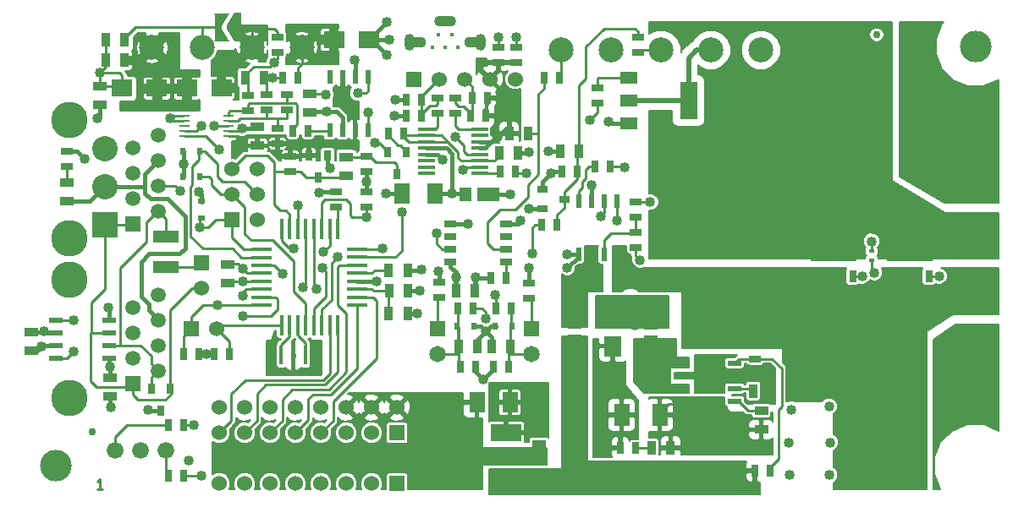
<source format=gtl>
G04 (created by PCBNEW (2013-07-07 BZR 4022)-stable) date 2/4/2017 6:27:51 AM*
%MOIN*%
G04 Gerber Fmt 3.4, Leading zero omitted, Abs format*
%FSLAX34Y34*%
G01*
G70*
G90*
G04 APERTURE LIST*
%ADD10C,0.00590551*%
%ADD11C,0.01*%
%ADD12O,0.0708661X0.0433071*%
%ADD13O,0.0866142X0.0433071*%
%ADD14R,0.06X0.06*%
%ADD15C,0.06*%
%ADD16R,0.015748X0.0748031*%
%ADD17C,0.1437*%
%ADD18R,0.0591X0.0591*%
%ADD19C,0.0591*%
%ADD20R,0.0709X0.0512*%
%ADD21R,0.0709X0.1496*%
%ADD22R,0.0315X0.0394*%
%ADD23R,0.035X0.055*%
%ADD24R,0.055X0.035*%
%ADD25C,0.011811*%
%ADD26C,0.125*%
%ADD27R,0.025X0.045*%
%ADD28R,0.0551X0.0236*%
%ADD29R,0.0787X0.0177*%
%ADD30R,0.0177X0.0787*%
%ADD31R,0.0629921X0.0629921*%
%ADD32C,0.0629921*%
%ADD33R,0.065X0.016*%
%ADD34R,0.06X0.08*%
%ADD35R,0.0394X0.0315*%
%ADD36C,0.0984252*%
%ADD37R,0.0708661X0.0708661*%
%ADD38C,0.0708661*%
%ADD39R,0.188976X0.19685*%
%ADD40R,0.0551181X0.0551181*%
%ADD41R,0.063X0.0866*%
%ADD42R,0.045X0.025*%
%ADD43C,0.0295*%
%ADD44C,0.045*%
%ADD45R,0.0236X0.0551*%
%ADD46R,0.0394X0.0106*%
%ADD47C,0.066*%
%ADD48R,0.0315X0.11*%
%ADD49R,0.025X0.113*%
%ADD50R,0.1X0.1*%
%ADD51C,0.1*%
%ADD52R,0.05X0.025*%
%ADD53R,0.0827X0.0669*%
%ADD54R,0.0669X0.0827*%
%ADD55R,0.1X0.05*%
%ADD56R,0.12X0.065*%
%ADD57R,0.24X0.24*%
%ADD58C,0.075*%
%ADD59R,0.075X0.075*%
%ADD60R,0.0295276X0.0452756*%
%ADD61R,0.179528X0.147638*%
%ADD62O,0.0393701X0.0669291*%
%ADD63C,0.0177165*%
%ADD64R,0.0236X0.0157*%
%ADD65R,0.0236X0.0315*%
%ADD66R,0.0315X0.0236*%
%ADD67R,0.0551181X0.0905512*%
%ADD68R,0.0551181X0.0492126*%
%ADD69R,0.0905512X0.0551181*%
%ADD70R,0.0492126X0.0551181*%
%ADD71R,0.0649606X0.0649606*%
%ADD72C,0.0649606*%
%ADD73C,0.04*%
%ADD74C,0.016*%
%ADD75C,0.02*%
%ADD76C,0.008*%
G04 APERTURE END LIST*
G54D10*
G54D11*
X34914Y-38711D02*
X34685Y-38711D01*
X34800Y-38711D02*
X34800Y-38311D01*
X34761Y-38369D01*
X34723Y-38407D01*
X34685Y-38426D01*
G54D12*
X47297Y-21100D03*
X49502Y-21100D03*
G54D13*
X48400Y-20253D03*
G54D14*
X47150Y-22550D03*
G54D15*
X48150Y-22550D03*
X49150Y-22550D03*
X50150Y-22550D03*
X51150Y-22550D03*
G54D16*
X42892Y-33440D03*
X42420Y-33440D03*
X41947Y-33440D03*
G54D17*
X33600Y-24162D03*
X33600Y-28835D03*
G54D18*
X36100Y-28250D03*
G54D19*
X37100Y-27750D03*
X36100Y-27250D03*
X37100Y-26750D03*
X36100Y-26250D03*
X37100Y-25750D03*
X36100Y-25250D03*
X37100Y-24750D03*
G54D17*
X33600Y-30462D03*
X33600Y-35135D03*
G54D18*
X36100Y-34550D03*
G54D19*
X37100Y-34050D03*
X36100Y-33550D03*
X37100Y-33050D03*
X36100Y-32550D03*
X37100Y-32050D03*
X36100Y-31550D03*
X37100Y-31050D03*
G54D20*
X55619Y-22494D03*
X55619Y-23400D03*
X55619Y-24306D03*
G54D21*
X57981Y-23400D03*
G54D22*
X37200Y-35633D03*
X36825Y-34767D03*
X37575Y-34767D03*
X46500Y-26283D03*
X46125Y-25417D03*
X46875Y-25417D03*
X43400Y-26433D03*
X43025Y-25567D03*
X43775Y-25567D03*
G54D23*
X51275Y-25450D03*
X50525Y-25450D03*
G54D24*
X32100Y-33275D03*
X32100Y-32525D03*
X44500Y-25625D03*
X44500Y-26375D03*
G54D23*
X46915Y-30080D03*
X46165Y-30080D03*
X46935Y-30900D03*
X46185Y-30900D03*
G54D24*
X39825Y-30600D03*
X39825Y-29850D03*
G54D14*
X40000Y-28100D03*
G54D15*
X41000Y-28100D03*
X40000Y-27100D03*
X41000Y-27100D03*
X40000Y-26100D03*
X41000Y-26100D03*
G54D25*
X41950Y-34150D03*
X43350Y-33500D03*
X43150Y-32900D03*
X41500Y-33500D03*
X41750Y-32900D03*
X42440Y-32870D03*
G54D26*
X69291Y-21259D03*
X33070Y-37795D03*
G54D27*
X46850Y-24000D03*
X47450Y-24000D03*
X50000Y-24000D03*
X49400Y-24000D03*
G54D24*
X33500Y-27375D03*
X33500Y-26625D03*
G54D28*
X35150Y-32050D03*
X33050Y-32050D03*
X35150Y-32550D03*
X35150Y-33050D03*
X35150Y-33550D03*
X33050Y-32550D03*
X33050Y-33050D03*
X33050Y-33550D03*
G54D29*
X41179Y-31468D03*
X41179Y-31153D03*
X41179Y-30838D03*
X41179Y-30523D03*
X41179Y-30208D03*
X41179Y-29893D03*
X41179Y-29578D03*
X41179Y-29263D03*
X44945Y-29265D03*
X44945Y-31475D03*
X44945Y-31155D03*
X44945Y-30835D03*
X44945Y-30525D03*
X44945Y-30205D03*
X44945Y-29895D03*
X44945Y-29575D03*
G54D30*
X41963Y-28475D03*
X42277Y-28475D03*
X42593Y-28475D03*
X42907Y-28475D03*
X43223Y-28475D03*
X43537Y-28475D03*
X43853Y-28475D03*
X44167Y-28475D03*
X41965Y-32255D03*
X42275Y-32255D03*
X42595Y-32255D03*
X42905Y-32255D03*
X43215Y-32255D03*
X43535Y-32255D03*
X43855Y-32255D03*
X44175Y-32255D03*
G54D24*
X60850Y-35625D03*
X60850Y-36375D03*
G54D23*
X46175Y-31800D03*
X46925Y-31800D03*
X48925Y-33100D03*
X49675Y-33100D03*
X41275Y-22500D03*
X40525Y-22500D03*
G54D31*
X54600Y-38192D03*
G54D32*
X54600Y-37207D03*
G54D33*
X49750Y-25525D03*
X49750Y-25275D03*
X49750Y-25025D03*
X49750Y-24775D03*
X47650Y-26275D03*
X49750Y-26275D03*
X49750Y-26025D03*
X49750Y-25775D03*
X47650Y-24525D03*
X47650Y-24775D03*
X47650Y-25025D03*
X47650Y-25275D03*
X47650Y-25525D03*
X47650Y-25775D03*
X49750Y-24525D03*
X47650Y-26025D03*
G54D27*
X50050Y-23300D03*
X49450Y-23300D03*
X46850Y-23350D03*
X47450Y-23350D03*
G54D34*
X46700Y-27050D03*
X48000Y-27050D03*
G54D24*
X52100Y-36975D03*
X52100Y-36225D03*
G54D35*
X53083Y-27280D03*
X52217Y-27655D03*
X52217Y-26905D03*
G54D23*
X53675Y-25400D03*
X52925Y-25400D03*
X51675Y-24700D03*
X50925Y-24700D03*
X49575Y-30900D03*
X48825Y-30900D03*
G54D36*
X69200Y-34721D03*
X69200Y-32752D03*
X69200Y-30784D03*
X69200Y-28815D03*
X69200Y-24878D03*
X69200Y-26847D03*
G54D25*
X42900Y-34150D03*
X59200Y-34500D03*
X61300Y-35250D03*
X58350Y-33550D03*
X60150Y-34200D03*
X58350Y-34250D03*
X59200Y-33950D03*
X58350Y-34800D03*
X61250Y-34200D03*
G54D24*
X34800Y-23575D03*
X34800Y-22825D03*
G54D34*
X55550Y-30400D03*
X54250Y-30400D03*
G54D23*
X60525Y-34850D03*
X61275Y-34850D03*
G54D37*
X56584Y-34100D03*
G54D38*
X54615Y-34100D03*
G54D39*
X66400Y-33700D03*
G54D40*
X67856Y-34113D03*
X67856Y-33286D03*
G54D39*
X67200Y-25200D03*
G54D40*
X65743Y-24786D03*
X65743Y-25613D03*
G54D41*
X55352Y-35800D03*
X56848Y-35800D03*
G54D27*
X46750Y-24700D03*
X46150Y-24700D03*
G54D42*
X42300Y-25600D03*
X42300Y-26200D03*
X48800Y-23300D03*
X48800Y-23900D03*
X48100Y-23300D03*
X48100Y-23900D03*
X33500Y-26000D03*
X33500Y-25400D03*
G54D27*
X42600Y-22500D03*
X42000Y-22500D03*
G54D42*
X45300Y-26200D03*
X45300Y-25600D03*
G54D27*
X38100Y-38200D03*
X37500Y-38200D03*
X61200Y-38000D03*
X60600Y-38000D03*
X48900Y-31600D03*
X49500Y-31600D03*
X49600Y-33900D03*
X49000Y-33900D03*
G54D42*
X60602Y-34199D03*
X60602Y-33599D03*
G54D27*
X52800Y-28300D03*
X52200Y-28300D03*
X53000Y-26200D03*
X53600Y-26200D03*
G54D42*
X56000Y-21500D03*
X56000Y-20900D03*
X54400Y-23500D03*
X54400Y-22900D03*
X55900Y-27400D03*
X55900Y-28000D03*
X55900Y-29200D03*
X55900Y-28600D03*
X48150Y-31150D03*
X48150Y-30550D03*
X45300Y-27000D03*
X45300Y-27600D03*
G54D27*
X51150Y-26200D03*
X50550Y-26200D03*
G54D25*
X47800Y-36900D03*
X49200Y-38400D03*
X49200Y-36900D03*
X47800Y-38100D03*
X48630Y-37630D03*
G54D43*
X65400Y-20800D03*
G54D28*
X57700Y-35250D03*
X59800Y-35250D03*
X57700Y-34750D03*
X57700Y-34250D03*
X57700Y-33750D03*
X59800Y-34750D03*
X59800Y-34250D03*
X59800Y-33750D03*
G54D24*
X41000Y-25175D03*
X41000Y-24425D03*
G54D27*
X38700Y-33400D03*
X38100Y-33400D03*
G54D42*
X41800Y-20900D03*
X41800Y-21500D03*
G54D44*
X56700Y-38200D03*
G54D45*
X53650Y-27350D03*
X53650Y-29450D03*
X54150Y-27350D03*
X54650Y-27350D03*
X55150Y-27350D03*
X54150Y-29450D03*
X54650Y-29450D03*
X55150Y-29450D03*
X45350Y-24550D03*
X45350Y-22450D03*
X44850Y-24550D03*
X44350Y-24550D03*
X43850Y-24550D03*
X44850Y-22450D03*
X44350Y-22450D03*
X43850Y-22450D03*
G54D27*
X39300Y-33400D03*
X39900Y-33400D03*
G54D46*
X38125Y-24000D03*
X38125Y-24200D03*
X38125Y-24400D03*
X38125Y-24600D03*
X38125Y-24800D03*
X39875Y-24800D03*
X39875Y-24600D03*
X39875Y-24400D03*
X39875Y-24200D03*
X39875Y-24000D03*
G54D15*
X39500Y-36500D03*
X40500Y-36500D03*
X41500Y-36500D03*
X42500Y-36500D03*
X43500Y-36500D03*
X44500Y-36500D03*
X45500Y-36500D03*
G54D14*
X46500Y-36500D03*
X46500Y-38500D03*
G54D15*
X45500Y-38500D03*
X44500Y-38500D03*
X43500Y-38500D03*
X42500Y-38500D03*
X41500Y-38500D03*
X40500Y-38500D03*
X39500Y-38500D03*
X39500Y-35500D03*
X40500Y-35500D03*
X41500Y-35500D03*
X42500Y-35500D03*
X43500Y-35500D03*
X44500Y-35500D03*
X45500Y-35500D03*
X46500Y-35500D03*
G54D42*
X42175Y-23775D03*
X42175Y-23175D03*
G54D27*
X43000Y-24600D03*
X42400Y-24600D03*
G54D42*
X41800Y-25100D03*
X41800Y-24500D03*
G54D23*
X35775Y-21000D03*
X35025Y-21000D03*
X35775Y-21800D03*
X35025Y-21800D03*
G54D14*
X38400Y-32400D03*
G54D15*
X39400Y-32400D03*
G54D23*
X50975Y-33100D03*
X50225Y-33100D03*
G54D27*
X50300Y-33900D03*
X50900Y-33900D03*
X51000Y-31600D03*
X50400Y-31600D03*
X38100Y-36200D03*
X37500Y-36200D03*
G54D47*
X37400Y-37200D03*
X36400Y-37200D03*
X35400Y-37200D03*
G54D42*
X51700Y-31200D03*
X51700Y-30600D03*
G54D36*
X42752Y-21300D03*
X40784Y-21300D03*
X36847Y-21300D03*
X38815Y-21300D03*
G54D10*
G36*
X40107Y-19935D02*
X40107Y-21065D01*
X39792Y-20565D01*
X39792Y-20435D01*
X40107Y-19935D01*
X40107Y-19935D01*
G37*
G54D48*
X39450Y-20500D03*
G54D49*
X40230Y-20500D03*
G54D10*
G36*
X39907Y-19950D02*
X39607Y-20450D01*
X39592Y-20450D01*
X39292Y-19950D01*
X39907Y-19950D01*
X39907Y-19950D01*
G37*
G36*
X39292Y-21050D02*
X39592Y-20550D01*
X39607Y-20550D01*
X39907Y-21050D01*
X39292Y-21050D01*
X39292Y-21050D01*
G37*
G54D24*
X43050Y-23875D03*
X43050Y-23125D03*
G54D43*
X34500Y-36450D03*
G54D50*
X35000Y-28300D03*
G54D51*
X35000Y-26800D03*
X35000Y-25300D03*
G54D27*
X50200Y-30400D03*
X50800Y-30400D03*
G54D52*
X50800Y-29750D03*
X50800Y-29250D03*
X50800Y-28750D03*
X50800Y-28250D03*
X48600Y-28250D03*
X48600Y-28750D03*
X48600Y-29250D03*
X48600Y-29750D03*
G54D36*
X60837Y-21400D03*
X58868Y-21400D03*
X56900Y-21400D03*
X52962Y-21400D03*
X54931Y-21400D03*
G54D27*
X52900Y-22500D03*
X52300Y-22500D03*
G54D14*
X38800Y-29800D03*
G54D15*
X38800Y-30800D03*
G54D53*
X44019Y-21000D03*
X45381Y-21000D03*
X39581Y-22900D03*
X38219Y-22900D03*
G54D54*
X55000Y-31719D03*
X55000Y-33081D03*
G54D53*
X35669Y-22900D03*
X37031Y-22900D03*
G54D55*
X37400Y-29950D03*
X37400Y-28750D03*
G54D24*
X35200Y-34325D03*
X35200Y-35075D03*
X52100Y-38375D03*
X52100Y-37625D03*
G54D34*
X49650Y-35300D03*
X50950Y-35300D03*
G54D56*
X50800Y-38300D03*
G54D57*
X48300Y-37400D03*
G54D56*
X50800Y-36500D03*
G54D58*
X58113Y-38184D03*
X59687Y-38184D03*
G54D59*
X59687Y-36216D03*
G54D58*
X58113Y-36216D03*
G54D60*
X65950Y-30320D03*
X66450Y-30320D03*
X66950Y-30320D03*
X67450Y-30320D03*
X67450Y-28079D03*
X66950Y-28079D03*
X66450Y-28079D03*
X65950Y-28079D03*
G54D61*
X66700Y-28991D03*
G54D60*
X62950Y-30320D03*
X63450Y-30320D03*
X63950Y-30320D03*
X64450Y-30320D03*
X64450Y-28079D03*
X63950Y-28079D03*
X63450Y-28079D03*
X62950Y-28079D03*
G54D61*
X63700Y-28991D03*
G54D42*
X50500Y-21900D03*
X50500Y-21300D03*
X51200Y-21900D03*
X51200Y-21300D03*
G54D23*
X56525Y-37100D03*
X57275Y-37100D03*
G54D27*
X55900Y-37100D03*
X55300Y-37100D03*
X54900Y-26000D03*
X54300Y-26000D03*
G54D62*
X46992Y-21100D03*
X49807Y-21100D03*
G54D63*
X48144Y-20792D03*
X48400Y-21296D03*
X48655Y-20792D03*
X48911Y-21296D03*
X47888Y-21296D03*
G54D42*
X41375Y-23175D03*
X41375Y-23775D03*
X40625Y-23200D03*
X40625Y-23800D03*
X44100Y-27000D03*
X44100Y-27600D03*
G54D64*
X65200Y-29323D03*
X65200Y-29677D03*
G54D65*
X48865Y-32300D03*
X49535Y-32300D03*
X38735Y-26400D03*
X38065Y-26400D03*
X38735Y-25400D03*
X38065Y-25400D03*
G54D66*
X38800Y-28035D03*
X38800Y-27365D03*
G54D65*
X51035Y-32300D03*
X50365Y-32300D03*
G54D67*
X53500Y-31947D03*
G54D68*
X53500Y-32862D03*
G54D67*
X56500Y-33102D03*
G54D68*
X56500Y-32187D03*
G54D69*
X50102Y-27100D03*
G54D70*
X49187Y-27100D03*
G54D71*
X51800Y-32400D03*
G54D72*
X51800Y-33400D03*
G54D71*
X48100Y-32400D03*
G54D72*
X48100Y-33400D03*
G54D73*
X50950Y-27100D03*
X44050Y-25100D03*
X40360Y-25160D03*
X51700Y-27650D03*
X45300Y-26590D03*
X47300Y-31800D03*
X51700Y-35500D03*
X51700Y-34900D03*
X35200Y-33900D03*
X48820Y-30360D03*
X44320Y-23120D03*
X39000Y-33400D03*
X32500Y-33100D03*
X40425Y-30025D03*
X49900Y-34400D03*
X43560Y-29980D03*
X50000Y-32000D03*
X58400Y-25600D03*
X58400Y-28400D03*
X60400Y-28400D03*
X60400Y-24800D03*
X62200Y-22800D03*
X63600Y-21200D03*
X63800Y-23400D03*
X64800Y-24600D03*
X64800Y-25600D03*
X63400Y-27200D03*
X64400Y-27200D03*
X65400Y-27200D03*
X66400Y-27200D03*
X44180Y-29550D03*
X50350Y-31050D03*
X64400Y-36600D03*
X65600Y-37800D03*
X65600Y-35600D03*
X64800Y-33600D03*
X63600Y-33600D03*
X62200Y-33600D03*
X60800Y-32400D03*
X59000Y-32400D03*
X59000Y-30600D03*
X60800Y-30600D03*
X62200Y-31400D03*
X63200Y-31400D03*
X64200Y-31400D03*
X65200Y-31400D03*
X66000Y-31400D03*
X66800Y-31400D03*
X67600Y-31400D03*
X43610Y-29370D03*
X43340Y-30830D03*
X42790Y-30770D03*
X45300Y-28000D03*
X65300Y-30180D03*
X51820Y-29420D03*
X45920Y-29240D03*
X54110Y-24150D03*
X46700Y-27800D03*
X41990Y-30210D03*
X55150Y-28130D03*
X67850Y-30320D03*
X56480Y-27400D03*
X64820Y-30320D03*
X56080Y-29680D03*
X38740Y-28380D03*
X38800Y-38200D03*
X42430Y-29210D03*
X38500Y-36200D03*
X39500Y-25340D03*
X38800Y-24400D03*
X39440Y-31468D03*
X48060Y-28610D03*
X42600Y-27540D03*
X54520Y-27960D03*
X51200Y-20900D03*
X50500Y-20900D03*
X48680Y-27050D03*
X67200Y-21200D03*
X67200Y-23200D03*
X69000Y-23400D03*
X68200Y-36000D03*
X63520Y-35460D03*
X63540Y-38160D03*
X63560Y-36880D03*
X54150Y-26730D03*
X65200Y-28950D03*
X43700Y-23150D03*
X40410Y-24480D03*
X37580Y-24100D03*
X43430Y-27030D03*
X34700Y-24100D03*
X38100Y-25900D03*
X38700Y-27000D03*
X51370Y-28130D03*
X46050Y-27050D03*
X51700Y-30000D03*
X50470Y-24830D03*
X52450Y-25400D03*
X51400Y-37400D03*
X54835Y-24235D03*
X46410Y-24000D03*
X46430Y-23350D03*
X52550Y-26250D03*
X35220Y-35490D03*
X36700Y-35600D03*
X48140Y-30120D03*
X49290Y-28270D03*
X51710Y-25440D03*
X48290Y-25720D03*
X34200Y-25700D03*
X35140Y-31550D03*
X62040Y-35580D03*
X61960Y-38160D03*
X61920Y-36880D03*
X43880Y-26060D03*
X44840Y-21800D03*
X46100Y-21600D03*
X46100Y-20300D03*
X46200Y-21000D03*
X50000Y-32500D03*
X32600Y-32500D03*
X47460Y-30060D03*
X47400Y-30900D03*
X45700Y-30520D03*
X40425Y-30525D03*
X49590Y-30365D03*
X55850Y-32250D03*
X55700Y-31280D03*
X33760Y-33300D03*
X40420Y-31880D03*
X33780Y-32060D03*
X40440Y-31100D03*
X39300Y-24400D03*
X34800Y-22300D03*
X37950Y-26950D03*
X41670Y-21880D03*
X45350Y-23850D03*
X45640Y-25070D03*
X49100Y-26110D03*
X44960Y-23100D03*
X41600Y-22500D03*
X51610Y-26250D03*
X48790Y-24820D03*
X55480Y-26010D03*
X53250Y-33700D03*
X53750Y-33700D03*
X38300Y-37600D03*
X43740Y-23840D03*
X53200Y-29450D03*
X53200Y-30000D03*
G54D74*
X50102Y-27100D02*
X50950Y-27100D01*
G54D11*
X43025Y-25567D02*
X43025Y-25125D01*
X43050Y-25100D02*
X44050Y-25100D01*
X43025Y-25125D02*
X43050Y-25100D01*
X39875Y-24800D02*
X40180Y-24800D01*
G54D74*
X40375Y-25175D02*
X41000Y-25175D01*
X40375Y-25175D02*
X40360Y-25160D01*
G54D11*
X40180Y-24800D02*
X40360Y-25160D01*
G54D74*
X51705Y-27655D02*
X51700Y-27650D01*
X51705Y-27655D02*
X52217Y-27655D01*
X46925Y-31800D02*
X47300Y-31800D01*
X52100Y-35500D02*
X51700Y-35500D01*
X52100Y-36225D02*
X52100Y-35500D01*
X52100Y-35500D02*
X52100Y-35000D01*
X52000Y-34900D02*
X51700Y-34900D01*
X52100Y-35000D02*
X52000Y-34900D01*
X35150Y-33550D02*
X35150Y-33850D01*
X35200Y-33900D02*
X35200Y-34325D01*
X35150Y-33850D02*
X35200Y-33900D01*
X48600Y-29750D02*
X48600Y-29950D01*
X48820Y-30170D02*
X48820Y-30360D01*
X48600Y-29950D02*
X48820Y-30170D01*
X45300Y-26590D02*
X45300Y-26200D01*
G54D11*
X39875Y-24800D02*
X40060Y-24800D01*
G54D74*
X44350Y-22450D02*
X44350Y-23090D01*
X44350Y-23090D02*
X44320Y-23120D01*
X39300Y-33400D02*
X39000Y-33400D01*
X39000Y-33400D02*
X38700Y-33400D01*
X32100Y-33275D02*
X32325Y-33275D01*
X32550Y-33050D02*
X32500Y-33100D01*
X32550Y-33050D02*
X33050Y-33050D01*
X32325Y-33275D02*
X32500Y-33100D01*
G54D11*
X40425Y-30025D02*
X40225Y-29825D01*
X40608Y-30208D02*
X40425Y-30025D01*
X41179Y-30208D02*
X40608Y-30208D01*
X39850Y-29825D02*
X39825Y-29850D01*
X40225Y-29825D02*
X39850Y-29825D01*
G54D74*
X48810Y-30350D02*
X48820Y-30360D01*
G54D75*
X48820Y-30360D02*
X48820Y-30895D01*
X48825Y-30355D02*
X48820Y-30360D01*
X48820Y-30895D02*
X48825Y-30900D01*
G54D74*
X45300Y-27000D02*
X45300Y-26590D01*
X49600Y-34100D02*
X49900Y-34400D01*
X49600Y-34100D02*
X49600Y-33900D01*
X50300Y-33900D02*
X50300Y-34000D01*
X50300Y-34000D02*
X49900Y-34400D01*
G54D11*
X47650Y-25025D02*
X48501Y-25025D01*
X48510Y-25030D02*
X48510Y-25033D01*
X48506Y-25030D02*
X48510Y-25030D01*
X48501Y-25025D02*
X48506Y-25030D01*
X49750Y-25775D02*
X49035Y-25775D01*
X49035Y-25775D02*
X48910Y-25650D01*
X48910Y-25650D02*
X48910Y-25433D01*
X48910Y-25433D02*
X48510Y-25033D01*
X48251Y-24775D02*
X47650Y-24775D01*
X48510Y-25033D02*
X48251Y-24775D01*
X49750Y-25775D02*
X50345Y-25775D01*
X50525Y-25595D02*
X50525Y-25450D01*
X50345Y-25775D02*
X50525Y-25595D01*
X47650Y-25025D02*
X46965Y-25025D01*
X46750Y-24810D02*
X46750Y-24700D01*
X46965Y-25025D02*
X46750Y-24810D01*
X47650Y-24775D02*
X46825Y-24775D01*
X46825Y-24775D02*
X46750Y-24700D01*
X43215Y-32255D02*
X43215Y-31595D01*
X43700Y-30120D02*
X43560Y-29980D01*
X43700Y-31110D02*
X43700Y-30120D01*
X43215Y-31595D02*
X43700Y-31110D01*
X49500Y-31600D02*
X49850Y-31600D01*
X50000Y-31750D02*
X50000Y-32000D01*
X49850Y-31600D02*
X50000Y-31750D01*
X60400Y-28400D02*
X58400Y-28400D01*
X60400Y-24600D02*
X60400Y-24800D01*
X62200Y-22800D02*
X60400Y-24600D01*
X63600Y-23200D02*
X63600Y-21200D01*
X63800Y-23400D02*
X63600Y-23200D01*
X64800Y-25600D02*
X64800Y-24600D01*
X64400Y-27200D02*
X63400Y-27200D01*
X66400Y-27200D02*
X65400Y-27200D01*
X43535Y-32255D02*
X43535Y-31635D01*
X43920Y-29810D02*
X44180Y-29550D01*
X43920Y-31250D02*
X43920Y-29810D01*
X43535Y-31635D02*
X43920Y-31250D01*
X50400Y-31100D02*
X50400Y-31600D01*
X50350Y-31050D02*
X50400Y-31100D01*
X66400Y-33700D02*
X66400Y-34800D01*
X65600Y-37800D02*
X64400Y-36600D01*
X66400Y-34800D02*
X65600Y-35600D01*
X69200Y-30784D02*
X68215Y-30784D01*
X62200Y-33600D02*
X63600Y-33600D01*
X59000Y-32400D02*
X60800Y-32400D01*
X60800Y-30600D02*
X59000Y-30600D01*
X63200Y-31400D02*
X62200Y-31400D01*
X65200Y-31400D02*
X64200Y-31400D01*
X66800Y-31400D02*
X66000Y-31400D01*
X68215Y-30784D02*
X67600Y-31400D01*
X34680Y-34690D02*
X35960Y-34690D01*
X34450Y-32550D02*
X34440Y-32550D01*
X34680Y-34690D02*
X34440Y-34450D01*
X34440Y-34450D02*
X34440Y-32550D01*
X35960Y-34690D02*
X36100Y-34550D01*
X38800Y-30800D02*
X38440Y-30800D01*
X37575Y-31665D02*
X37575Y-34767D01*
X38440Y-30800D02*
X37575Y-31665D01*
X34450Y-32550D02*
X34450Y-31360D01*
X35000Y-30810D02*
X35000Y-28280D01*
X34450Y-31360D02*
X35000Y-30810D01*
X35000Y-28280D02*
X36070Y-28280D01*
X36070Y-28280D02*
X36100Y-28250D01*
X35150Y-32550D02*
X34450Y-32550D01*
X37595Y-34747D02*
X37595Y-34985D01*
X36300Y-35200D02*
X36100Y-35000D01*
X37380Y-35200D02*
X36300Y-35200D01*
X36100Y-35000D02*
X36100Y-34550D01*
X37595Y-34985D02*
X37380Y-35200D01*
X37400Y-28750D02*
X37400Y-28050D01*
X37400Y-28050D02*
X37100Y-27750D01*
X37100Y-27750D02*
X37080Y-27750D01*
X35610Y-29990D02*
X35610Y-33050D01*
X36630Y-28970D02*
X35610Y-29990D01*
X36630Y-28200D02*
X36630Y-28970D01*
X37080Y-27750D02*
X36630Y-28200D01*
X36845Y-34747D02*
X36845Y-34305D01*
X36845Y-34305D02*
X37100Y-34050D01*
X35150Y-33050D02*
X35610Y-33050D01*
X35610Y-33050D02*
X36410Y-33050D01*
X36410Y-33050D02*
X36820Y-33460D01*
X36820Y-33460D02*
X36820Y-33770D01*
X36820Y-33770D02*
X37100Y-34050D01*
G54D74*
X36770Y-29430D02*
X37935Y-29430D01*
X38149Y-27949D02*
X37470Y-27270D01*
X38149Y-29215D02*
X38149Y-27949D01*
X37935Y-29430D02*
X38149Y-29215D01*
X36570Y-26790D02*
X36570Y-26280D01*
X36570Y-26280D02*
X37100Y-25750D01*
X37100Y-32050D02*
X36720Y-31670D01*
X36570Y-27050D02*
X36790Y-27270D01*
X36570Y-27050D02*
X36570Y-26790D01*
X36790Y-27270D02*
X37470Y-27270D01*
X36570Y-26790D02*
X36570Y-26780D01*
X36740Y-29430D02*
X36770Y-29430D01*
X36420Y-29750D02*
X36740Y-29430D01*
X36420Y-31130D02*
X36420Y-29750D01*
X36720Y-31430D02*
X36420Y-31130D01*
X36720Y-31670D02*
X36720Y-31430D01*
X33500Y-27375D02*
X34405Y-27375D01*
X34405Y-27375D02*
X35000Y-26780D01*
X35000Y-26780D02*
X36570Y-26780D01*
G54D11*
X43853Y-28475D02*
X43853Y-29127D01*
X43853Y-29127D02*
X43610Y-29370D01*
X43223Y-28475D02*
X43223Y-30713D01*
X43223Y-30713D02*
X43340Y-30830D01*
X42907Y-28475D02*
X42907Y-30653D01*
X42907Y-30653D02*
X42790Y-30770D01*
X44945Y-31155D02*
X45575Y-31155D01*
X43990Y-36010D02*
X43500Y-36500D01*
X43990Y-35270D02*
X43990Y-36010D01*
X45710Y-33550D02*
X43990Y-35270D01*
X45710Y-31290D02*
X45710Y-33550D01*
X45575Y-31155D02*
X45710Y-31290D01*
X44945Y-31475D02*
X44945Y-33945D01*
X43010Y-35990D02*
X42500Y-36500D01*
X43010Y-35170D02*
X43010Y-35990D01*
X43190Y-34990D02*
X43010Y-35170D01*
X43900Y-34990D02*
X43190Y-34990D01*
X44945Y-33945D02*
X43900Y-34990D01*
X44945Y-29895D02*
X44245Y-29895D01*
X41990Y-36010D02*
X41500Y-36500D01*
X41990Y-35180D02*
X41990Y-36010D01*
X42380Y-34790D02*
X41990Y-35180D01*
X43820Y-34790D02*
X42380Y-34790D01*
X44510Y-34100D02*
X43820Y-34790D01*
X44510Y-31800D02*
X44510Y-34100D01*
X44180Y-31470D02*
X44510Y-31800D01*
X44180Y-29960D02*
X44180Y-31470D01*
X44245Y-29895D02*
X44180Y-29960D01*
X44175Y-32255D02*
X44175Y-34105D01*
X40990Y-36010D02*
X40500Y-36500D01*
X40990Y-34950D02*
X40990Y-36010D01*
X41340Y-34600D02*
X40990Y-34950D01*
X43680Y-34600D02*
X41340Y-34600D01*
X44175Y-34105D02*
X43680Y-34600D01*
X43855Y-32255D02*
X43855Y-34145D01*
X39980Y-36020D02*
X39500Y-36500D01*
X39980Y-34970D02*
X39980Y-36020D01*
X40540Y-34410D02*
X39980Y-34970D01*
X43590Y-34410D02*
X40540Y-34410D01*
X43855Y-34145D02*
X43590Y-34410D01*
X65200Y-29677D02*
X65200Y-30080D01*
X65200Y-30080D02*
X65300Y-30180D01*
X43537Y-28475D02*
X43537Y-27423D01*
X44720Y-28000D02*
X45300Y-28000D01*
X44650Y-27930D02*
X44720Y-28000D01*
X44650Y-27460D02*
X44650Y-27930D01*
X44490Y-27300D02*
X44650Y-27460D01*
X43660Y-27300D02*
X44490Y-27300D01*
X43537Y-27423D02*
X43660Y-27300D01*
X45300Y-27600D02*
X45300Y-28000D01*
X52200Y-28300D02*
X51930Y-28300D01*
X51930Y-28300D02*
X51820Y-28410D01*
X51820Y-28410D02*
X51820Y-29420D01*
X45895Y-29265D02*
X45920Y-29240D01*
X45895Y-29265D02*
X44945Y-29265D01*
X54400Y-23500D02*
X54400Y-23860D01*
X54400Y-23860D02*
X54110Y-24150D01*
X46700Y-27800D02*
X46700Y-29310D01*
X46435Y-29575D02*
X44945Y-29575D01*
X46700Y-29310D02*
X46435Y-29575D01*
X41673Y-29893D02*
X41990Y-30210D01*
X41179Y-29893D02*
X41673Y-29893D01*
X55150Y-28130D02*
X55150Y-27350D01*
X55900Y-28000D02*
X55900Y-28600D01*
X54650Y-29450D02*
X54650Y-28880D01*
X55890Y-28610D02*
X55900Y-28600D01*
X54920Y-28610D02*
X55890Y-28610D01*
X54650Y-28880D02*
X54920Y-28610D01*
X67849Y-30320D02*
X67850Y-30320D01*
X67450Y-30320D02*
X67849Y-30320D01*
X56480Y-27400D02*
X55900Y-27400D01*
X55900Y-29500D02*
X56080Y-29680D01*
X55900Y-29200D02*
X55900Y-29500D01*
X64819Y-30320D02*
X64820Y-30320D01*
X64819Y-30320D02*
X64450Y-30320D01*
X40000Y-28100D02*
X39370Y-28100D01*
X39370Y-28100D02*
X39070Y-28400D01*
X38740Y-28380D02*
X38740Y-28060D01*
X38740Y-28060D02*
X38800Y-28000D01*
X38760Y-28400D02*
X38740Y-28380D01*
X39070Y-28400D02*
X38760Y-28400D01*
X38800Y-38200D02*
X38100Y-38200D01*
X41179Y-29263D02*
X40463Y-29263D01*
X40000Y-28800D02*
X40000Y-28700D01*
X40000Y-28700D02*
X40000Y-28100D01*
X40463Y-29263D02*
X40000Y-28800D01*
X41963Y-28475D02*
X41963Y-28943D01*
X41963Y-28943D02*
X42220Y-29200D01*
X42220Y-29200D02*
X42430Y-29210D01*
X38500Y-36200D02*
X38100Y-36200D01*
X38125Y-24800D02*
X38960Y-24800D01*
X38960Y-24800D02*
X39500Y-25340D01*
X41965Y-32255D02*
X39545Y-32255D01*
X39545Y-32255D02*
X39400Y-32400D01*
X39900Y-33400D02*
X39900Y-32900D01*
X39900Y-32900D02*
X39400Y-32400D01*
X38125Y-24600D02*
X38600Y-24600D01*
X38600Y-24600D02*
X38800Y-24400D01*
X41179Y-31468D02*
X39440Y-31468D01*
X39440Y-31468D02*
X38872Y-31468D01*
X38872Y-31468D02*
X38400Y-31940D01*
X38400Y-31940D02*
X38400Y-32400D01*
X38100Y-33400D02*
X38100Y-32700D01*
X38100Y-32700D02*
X38400Y-32400D01*
X42593Y-28475D02*
X42593Y-27547D01*
X48280Y-29250D02*
X48060Y-29030D01*
X48060Y-29030D02*
X48060Y-28610D01*
X48280Y-29250D02*
X48600Y-29250D01*
X42593Y-27547D02*
X42600Y-27540D01*
X54650Y-27350D02*
X54650Y-27830D01*
X54650Y-27830D02*
X54520Y-27960D01*
X51200Y-21300D02*
X51200Y-20900D01*
X50500Y-21300D02*
X50500Y-20900D01*
G54D74*
X48680Y-25500D02*
X48680Y-27050D01*
X48455Y-25275D02*
X48680Y-25500D01*
X47650Y-25275D02*
X48455Y-25275D01*
X48680Y-27050D02*
X48650Y-27050D01*
X48000Y-27050D02*
X48650Y-27050D01*
X48650Y-27050D02*
X49137Y-27050D01*
X49137Y-27050D02*
X49187Y-27100D01*
X48050Y-27100D02*
X48000Y-27050D01*
X48000Y-26880D02*
X48000Y-27050D01*
X48080Y-26800D02*
X48000Y-26880D01*
G54D11*
X56848Y-35800D02*
X56848Y-35722D01*
X57580Y-35370D02*
X57700Y-35250D01*
X57200Y-35370D02*
X57580Y-35370D01*
X56848Y-35722D02*
X57200Y-35370D01*
X59687Y-36216D02*
X59687Y-35787D01*
X59687Y-35787D02*
X59500Y-35600D01*
X41400Y-25567D02*
X41407Y-25567D01*
X41407Y-25567D02*
X41680Y-25840D01*
X42300Y-26200D02*
X41680Y-26200D01*
X42300Y-26200D02*
X42700Y-26200D01*
X42933Y-26433D02*
X43400Y-26433D01*
X42700Y-26200D02*
X42933Y-26433D01*
X43400Y-26433D02*
X44442Y-26433D01*
X44442Y-26433D02*
X44500Y-26375D01*
X42277Y-28475D02*
X42277Y-27877D01*
X42277Y-27877D02*
X42120Y-27720D01*
X42120Y-27720D02*
X41900Y-27720D01*
X41900Y-27720D02*
X41680Y-27500D01*
X41680Y-27500D02*
X41680Y-26200D01*
X41680Y-26200D02*
X41680Y-25840D01*
X40533Y-25567D02*
X40000Y-26100D01*
X41400Y-25567D02*
X40533Y-25567D01*
X67200Y-25200D02*
X67552Y-25200D01*
X67552Y-25200D02*
X69200Y-26847D01*
X67200Y-25200D02*
X68878Y-25200D01*
X68878Y-25200D02*
X69200Y-24878D01*
X69200Y-24878D02*
X69200Y-23600D01*
X67200Y-23200D02*
X67200Y-21200D01*
X69200Y-23600D02*
X69000Y-23400D01*
G54D74*
X54150Y-27350D02*
X54150Y-26730D01*
G54D11*
X65200Y-28950D02*
X65200Y-29323D01*
X43050Y-23125D02*
X43675Y-23125D01*
X43675Y-23125D02*
X43700Y-23150D01*
X39875Y-24600D02*
X40290Y-24600D01*
G54D74*
X41165Y-24485D02*
X41000Y-24425D01*
X41165Y-24485D02*
X40410Y-24480D01*
G54D11*
X40290Y-24600D02*
X40410Y-24480D01*
X38105Y-24200D02*
X37680Y-24200D01*
X37680Y-24000D02*
X37580Y-24100D01*
X37680Y-24000D02*
X38105Y-24000D01*
X37680Y-24200D02*
X37580Y-24100D01*
G54D74*
X44100Y-27000D02*
X43460Y-27000D01*
X43460Y-27000D02*
X43430Y-27030D01*
X34800Y-23675D02*
X34800Y-24000D01*
X34800Y-24000D02*
X34700Y-24100D01*
X38100Y-25400D02*
X38100Y-25900D01*
X38100Y-25900D02*
X38100Y-26400D01*
X38800Y-27400D02*
X38800Y-27100D01*
X38800Y-27100D02*
X38700Y-27000D01*
X50800Y-28250D02*
X51250Y-28250D01*
X51250Y-28250D02*
X51370Y-28130D01*
X46700Y-27050D02*
X46050Y-27050D01*
X51700Y-30600D02*
X51700Y-30000D01*
X50925Y-24700D02*
X50800Y-24500D01*
X50800Y-24500D02*
X50470Y-24830D01*
X52925Y-25400D02*
X52450Y-25400D01*
X52100Y-37625D02*
X51625Y-37625D01*
X51625Y-37625D02*
X51400Y-37400D01*
X55619Y-24306D02*
X54906Y-24306D01*
X54906Y-24306D02*
X54835Y-24235D01*
X46850Y-24000D02*
X46410Y-24000D01*
X46850Y-23350D02*
X46430Y-23350D01*
X52100Y-36975D02*
X52100Y-37625D01*
X52217Y-26905D02*
X52217Y-26583D01*
X52600Y-26200D02*
X52550Y-26250D01*
X52600Y-26200D02*
X53000Y-26200D01*
X52217Y-26583D02*
X52550Y-26250D01*
X35200Y-35075D02*
X35200Y-35470D01*
X35200Y-35470D02*
X35220Y-35490D01*
X37200Y-35633D02*
X36733Y-35633D01*
X36733Y-35633D02*
X36700Y-35600D01*
X48150Y-30550D02*
X48150Y-30130D01*
X48150Y-30130D02*
X48140Y-30120D01*
X48600Y-28250D02*
X49270Y-28250D01*
X49270Y-28250D02*
X49290Y-28270D01*
G54D75*
X49590Y-30365D02*
X49590Y-30885D01*
X49590Y-30885D02*
X49575Y-30900D01*
G54D74*
X50470Y-24830D02*
X50420Y-24830D01*
X50195Y-25025D02*
X50390Y-24830D01*
X50390Y-24830D02*
X50470Y-24830D01*
X49750Y-25025D02*
X50195Y-25025D01*
X49975Y-25275D02*
X49750Y-25275D01*
X50420Y-24830D02*
X49975Y-25275D01*
X51275Y-25450D02*
X51700Y-25450D01*
X51700Y-25450D02*
X51710Y-25440D01*
X47650Y-25525D02*
X48095Y-25525D01*
X48095Y-25525D02*
X48290Y-25720D01*
X33500Y-25400D02*
X33900Y-25400D01*
X33900Y-25400D02*
X34200Y-25700D01*
X35150Y-32050D02*
X35150Y-31560D01*
X35150Y-31560D02*
X35140Y-31550D01*
X43775Y-25567D02*
X43775Y-25955D01*
X43775Y-25955D02*
X43880Y-26060D01*
X44850Y-22450D02*
X44850Y-21810D01*
X44850Y-21810D02*
X44840Y-21800D01*
X45491Y-21000D02*
X45500Y-21000D01*
X45500Y-21000D02*
X46100Y-21600D01*
X45491Y-21000D02*
X45491Y-20909D01*
X45491Y-20909D02*
X46100Y-20300D01*
X45491Y-21000D02*
X46200Y-21000D01*
X49675Y-33100D02*
X49675Y-32825D01*
X49675Y-32825D02*
X50000Y-32500D01*
X50225Y-33100D02*
X50225Y-32725D01*
X50225Y-32725D02*
X50000Y-32500D01*
X50400Y-32300D02*
X50200Y-32300D01*
X49800Y-32300D02*
X50000Y-32500D01*
X49800Y-32300D02*
X49500Y-32300D01*
X50200Y-32300D02*
X50000Y-32500D01*
X32100Y-32525D02*
X32575Y-32525D01*
X32650Y-32550D02*
X32600Y-32500D01*
X32650Y-32550D02*
X33050Y-32550D01*
X32575Y-32525D02*
X32600Y-32500D01*
X46915Y-30080D02*
X47440Y-30080D01*
X47440Y-30080D02*
X47460Y-30060D01*
X46935Y-30900D02*
X47400Y-30900D01*
X44945Y-30525D02*
X45695Y-30525D01*
X45695Y-30525D02*
X45700Y-30520D01*
G54D11*
X40425Y-30525D02*
X39900Y-30525D01*
X40427Y-30523D02*
X40425Y-30525D01*
X41179Y-30523D02*
X40427Y-30523D01*
X39900Y-30525D02*
X39825Y-30600D01*
G54D74*
X49625Y-30400D02*
X49590Y-30365D01*
G54D75*
X49575Y-30350D02*
X49590Y-30365D01*
G54D74*
X50200Y-30400D02*
X49625Y-30400D01*
G54D11*
X39950Y-20500D02*
X40230Y-20500D01*
X40230Y-20500D02*
X40650Y-20500D01*
X40650Y-20500D02*
X40784Y-20634D01*
X40784Y-20634D02*
X40784Y-21300D01*
X41800Y-20900D02*
X41800Y-20700D01*
X40000Y-20550D02*
X39950Y-20500D01*
X41650Y-20550D02*
X40000Y-20550D01*
X41800Y-20700D02*
X41650Y-20550D01*
X42752Y-21300D02*
X42752Y-21947D01*
X42752Y-21947D02*
X42600Y-22100D01*
X44019Y-21000D02*
X43052Y-21000D01*
X43052Y-21000D02*
X42752Y-21300D01*
X42600Y-22500D02*
X42600Y-22100D01*
X56500Y-32187D02*
X55912Y-32187D01*
X55912Y-32187D02*
X55850Y-32250D01*
X55000Y-31719D02*
X55261Y-31719D01*
X55261Y-31719D02*
X55700Y-31280D01*
X56900Y-21400D02*
X56100Y-21400D01*
X56100Y-21400D02*
X56000Y-21500D01*
G54D75*
X55619Y-23400D02*
X57981Y-23400D01*
X57981Y-23400D02*
X57981Y-21719D01*
X58300Y-21400D02*
X58868Y-21400D01*
X57981Y-21719D02*
X58300Y-21400D01*
G54D11*
X48100Y-32400D02*
X48100Y-31200D01*
X48100Y-31200D02*
X48150Y-31150D01*
X50800Y-30400D02*
X50800Y-29750D01*
X50070Y-29000D02*
X50070Y-28180D01*
X51650Y-26710D02*
X52080Y-26280D01*
X51650Y-27200D02*
X51650Y-26710D01*
X51150Y-27700D02*
X51650Y-27200D01*
X50550Y-27700D02*
X51150Y-27700D01*
X50070Y-28180D02*
X50550Y-27700D01*
X50800Y-29250D02*
X50290Y-29250D01*
X52080Y-26280D02*
X52080Y-24710D01*
X50070Y-29030D02*
X50070Y-29000D01*
X50290Y-29250D02*
X50070Y-29030D01*
X51675Y-24700D02*
X52080Y-24700D01*
X52080Y-24700D02*
X52080Y-24710D01*
X52080Y-23140D02*
X52300Y-22920D01*
X52080Y-24710D02*
X52080Y-24640D01*
X52080Y-24640D02*
X52080Y-23140D01*
X52300Y-22500D02*
X52300Y-22920D01*
X33510Y-33550D02*
X33760Y-33300D01*
X33510Y-33550D02*
X33050Y-33550D01*
X41733Y-31153D02*
X41179Y-31153D01*
X41733Y-31153D02*
X41800Y-31220D01*
X41800Y-31220D02*
X41800Y-31620D01*
X41800Y-31620D02*
X41540Y-31880D01*
X41540Y-31880D02*
X40420Y-31880D01*
X33780Y-32060D02*
X33770Y-32050D01*
X33770Y-32050D02*
X33050Y-32050D01*
X40440Y-30960D02*
X40440Y-31100D01*
X41179Y-30838D02*
X40562Y-30838D01*
X40562Y-30838D02*
X40440Y-30960D01*
X51800Y-32400D02*
X51800Y-31300D01*
X51800Y-31300D02*
X51700Y-31200D01*
X48100Y-33400D02*
X48925Y-33400D01*
X48900Y-32300D02*
X48900Y-33075D01*
X48900Y-33075D02*
X48925Y-33100D01*
X48900Y-31600D02*
X48900Y-32300D01*
X48900Y-32300D02*
X48925Y-32325D01*
X48925Y-32325D02*
X48925Y-33400D01*
X48925Y-33400D02*
X48925Y-33650D01*
X48925Y-33650D02*
X48925Y-33775D01*
X53675Y-25400D02*
X53675Y-22785D01*
X53930Y-22530D02*
X53930Y-21270D01*
X53675Y-22785D02*
X53930Y-22530D01*
X53083Y-27280D02*
X53083Y-27617D01*
X52800Y-27900D02*
X52800Y-28300D01*
X53083Y-27617D02*
X52800Y-27900D01*
X53600Y-26200D02*
X53600Y-26480D01*
X53600Y-26480D02*
X53083Y-26997D01*
X53083Y-27280D02*
X53083Y-26997D01*
X56000Y-20900D02*
X56000Y-20670D01*
X56000Y-20670D02*
X55880Y-20550D01*
X55880Y-20550D02*
X54650Y-20550D01*
X54650Y-20550D02*
X53930Y-21270D01*
X53600Y-26200D02*
X53600Y-25475D01*
X53600Y-25475D02*
X53675Y-25400D01*
X53700Y-25375D02*
X53675Y-25400D01*
X53700Y-25375D02*
X53675Y-25400D01*
X35025Y-21800D02*
X35025Y-22075D01*
X35025Y-22075D02*
X34800Y-22300D01*
X35669Y-22900D02*
X35669Y-22409D01*
X35560Y-22300D02*
X34800Y-22300D01*
X35669Y-22409D02*
X35560Y-22300D01*
X34800Y-22825D02*
X35594Y-22825D01*
X35594Y-22825D02*
X35669Y-22900D01*
X39300Y-24400D02*
X39875Y-24400D01*
X34800Y-22925D02*
X34800Y-22300D01*
X35025Y-21000D02*
X35025Y-22075D01*
X35025Y-22075D02*
X34800Y-22300D01*
X35025Y-21800D02*
X35025Y-21000D01*
X37100Y-26750D02*
X37750Y-26750D01*
X37750Y-26750D02*
X37950Y-26950D01*
X59800Y-34750D02*
X60425Y-34750D01*
X60425Y-34750D02*
X60525Y-34850D01*
X37500Y-36200D02*
X35870Y-36200D01*
X35400Y-36670D02*
X35400Y-37200D01*
X35870Y-36200D02*
X35400Y-36670D01*
X60850Y-35625D02*
X60335Y-35625D01*
X59960Y-35250D02*
X59800Y-35250D01*
X60335Y-35625D02*
X59960Y-35250D01*
X55900Y-37100D02*
X56525Y-37100D01*
X44167Y-28475D02*
X44167Y-27667D01*
X44167Y-27667D02*
X44100Y-27600D01*
X60600Y-33600D02*
X61280Y-33600D01*
X61280Y-33600D02*
X61650Y-33970D01*
X60600Y-33600D02*
X59950Y-33600D01*
X61650Y-33970D02*
X61650Y-35470D01*
X61650Y-35470D02*
X61530Y-35590D01*
X61530Y-35590D02*
X61530Y-37530D01*
X61200Y-37860D02*
X61200Y-38000D01*
X61530Y-37530D02*
X61200Y-37860D01*
X59950Y-33600D02*
X59800Y-33750D01*
X37400Y-37200D02*
X37400Y-38100D01*
X37400Y-38100D02*
X37500Y-38200D01*
X44945Y-30205D02*
X45495Y-30205D01*
X45620Y-30080D02*
X46165Y-30080D01*
X45495Y-30205D02*
X45620Y-30080D01*
X42595Y-32255D02*
X42595Y-32655D01*
X42892Y-32952D02*
X42892Y-33440D01*
X42595Y-32655D02*
X42892Y-32952D01*
X51800Y-33400D02*
X50900Y-33400D01*
X50900Y-33900D02*
X50900Y-33400D01*
X50900Y-33400D02*
X50900Y-33175D01*
X50900Y-33175D02*
X50975Y-33100D01*
X51000Y-32300D02*
X51000Y-31600D01*
X50975Y-33100D02*
X50975Y-32325D01*
X50975Y-32325D02*
X51000Y-32300D01*
X43000Y-24600D02*
X43800Y-24600D01*
X43800Y-24600D02*
X43850Y-24550D01*
X49400Y-24000D02*
X49400Y-23900D01*
X48800Y-23490D02*
X48800Y-23300D01*
X48930Y-23620D02*
X48800Y-23490D01*
X49120Y-23620D02*
X48930Y-23620D01*
X49400Y-23900D02*
X49120Y-23620D01*
X49150Y-22550D02*
X49180Y-22550D01*
X49450Y-22820D02*
X49450Y-23300D01*
X49180Y-22550D02*
X49450Y-22820D01*
X49450Y-23300D02*
X49450Y-23950D01*
X49450Y-23950D02*
X49400Y-24000D01*
X54400Y-22900D02*
X54400Y-22530D01*
X54436Y-22494D02*
X55619Y-22494D01*
X54400Y-22530D02*
X54436Y-22494D01*
X53650Y-27350D02*
X53650Y-26970D01*
X53650Y-26970D02*
X53800Y-26820D01*
X54070Y-26000D02*
X53940Y-26130D01*
X53940Y-26130D02*
X53940Y-26460D01*
X53940Y-26460D02*
X53800Y-26600D01*
X54300Y-26000D02*
X54070Y-26000D01*
X53800Y-26820D02*
X53800Y-26600D01*
X41800Y-24500D02*
X41800Y-24110D01*
X41800Y-24110D02*
X41810Y-24100D01*
X41375Y-23775D02*
X41375Y-24075D01*
X41375Y-24075D02*
X41350Y-24100D01*
X39875Y-24200D02*
X40220Y-24200D01*
X42175Y-24075D02*
X42175Y-23775D01*
X42150Y-24100D02*
X42175Y-24075D01*
X40320Y-24100D02*
X41350Y-24100D01*
X41350Y-24100D02*
X41810Y-24100D01*
X41810Y-24100D02*
X42150Y-24100D01*
X40220Y-24200D02*
X40320Y-24100D01*
X42175Y-23175D02*
X42175Y-23480D01*
X42175Y-23480D02*
X42170Y-23480D01*
X40625Y-23800D02*
X40625Y-23555D01*
X42400Y-24500D02*
X42400Y-24600D01*
X42580Y-24320D02*
X42400Y-24500D01*
X42580Y-23560D02*
X42580Y-24320D01*
X42500Y-23480D02*
X42580Y-23560D01*
X40700Y-23480D02*
X42170Y-23480D01*
X42170Y-23480D02*
X42500Y-23480D01*
X40625Y-23555D02*
X40700Y-23480D01*
X39875Y-24000D02*
X39875Y-23855D01*
X39930Y-23800D02*
X40625Y-23800D01*
X39875Y-23855D02*
X39930Y-23800D01*
X42400Y-24600D02*
X42400Y-24600D01*
X33500Y-26000D02*
X33500Y-26625D01*
X37400Y-29950D02*
X38650Y-29950D01*
X38650Y-29950D02*
X38800Y-29800D01*
X42275Y-32255D02*
X42275Y-32705D01*
X41947Y-33032D02*
X41947Y-33440D01*
X42275Y-32705D02*
X41947Y-33032D01*
X47450Y-24000D02*
X47450Y-23920D01*
X48100Y-23520D02*
X48100Y-23300D01*
X48040Y-23580D02*
X48100Y-23520D01*
X47790Y-23580D02*
X48040Y-23580D01*
X47450Y-23920D02*
X47790Y-23580D01*
X48150Y-22550D02*
X48130Y-22550D01*
X47450Y-23230D02*
X47450Y-23350D01*
X48130Y-22550D02*
X47450Y-23230D01*
X47450Y-23350D02*
X47450Y-24000D01*
X40625Y-23200D02*
X40625Y-22600D01*
X40625Y-22600D02*
X40525Y-22500D01*
X45350Y-24550D02*
X45350Y-23850D01*
X40525Y-22500D02*
X40525Y-22375D01*
X41800Y-21750D02*
X41800Y-21500D01*
X41500Y-22050D02*
X41670Y-21880D01*
X41670Y-21880D02*
X41800Y-21750D01*
X40850Y-22050D02*
X41500Y-22050D01*
X40525Y-22375D02*
X40850Y-22050D01*
X46875Y-25417D02*
X46875Y-25405D01*
X46630Y-25160D02*
X46540Y-25160D01*
X46875Y-25405D02*
X46630Y-25160D01*
X46150Y-24700D02*
X46150Y-24770D01*
X46150Y-24770D02*
X46540Y-25160D01*
X48100Y-23900D02*
X48100Y-24430D01*
X48100Y-24430D02*
X48005Y-24525D01*
X47650Y-24525D02*
X48005Y-24525D01*
X48800Y-23900D02*
X48800Y-24380D01*
X48945Y-24525D02*
X49750Y-24525D01*
X48800Y-24380D02*
X48945Y-24525D01*
X46125Y-25417D02*
X46125Y-25395D01*
X45800Y-25070D02*
X45640Y-25070D01*
X46125Y-25395D02*
X45800Y-25070D01*
X49750Y-26025D02*
X49185Y-26025D01*
X49185Y-26025D02*
X49100Y-26110D01*
X41375Y-23175D02*
X41375Y-22600D01*
X41375Y-22600D02*
X41275Y-22500D01*
X45350Y-22450D02*
X45350Y-23010D01*
X45260Y-23100D02*
X44960Y-23100D01*
X45350Y-23010D02*
X45260Y-23100D01*
X41600Y-22500D02*
X41275Y-22500D01*
X41600Y-22500D02*
X42000Y-22500D01*
X49750Y-26275D02*
X50475Y-26275D01*
X50475Y-26275D02*
X50550Y-26200D01*
X40000Y-27100D02*
X39550Y-27100D01*
X39190Y-26740D02*
X39190Y-26490D01*
X39550Y-27100D02*
X39190Y-26740D01*
X38700Y-26400D02*
X39100Y-26400D01*
X39100Y-26400D02*
X39190Y-26490D01*
X51610Y-26250D02*
X51200Y-26250D01*
X51200Y-26250D02*
X51150Y-26200D01*
X42905Y-32255D02*
X42905Y-31390D01*
X42435Y-30920D02*
X42435Y-29735D01*
X42905Y-31390D02*
X42435Y-30920D01*
X40000Y-27100D02*
X40500Y-27600D01*
X41600Y-28900D02*
X42435Y-29735D01*
X40750Y-28900D02*
X41600Y-28900D01*
X40500Y-28650D02*
X40750Y-28900D01*
X40500Y-27600D02*
X40500Y-28650D01*
X40020Y-29240D02*
X38850Y-29240D01*
X40358Y-29578D02*
X40020Y-29240D01*
X41179Y-29578D02*
X40358Y-29578D01*
X38360Y-28750D02*
X38360Y-26780D01*
X38850Y-29240D02*
X38360Y-28750D01*
X38700Y-25400D02*
X38700Y-25710D01*
X38420Y-26720D02*
X38360Y-26780D01*
X38420Y-25990D02*
X38420Y-26720D01*
X38700Y-25710D02*
X38420Y-25990D01*
X38700Y-25400D02*
X38940Y-25400D01*
X40490Y-26590D02*
X41000Y-27100D01*
X39630Y-26590D02*
X40490Y-26590D01*
X39440Y-26400D02*
X39630Y-26590D01*
X39440Y-25900D02*
X39440Y-26400D01*
X38940Y-25400D02*
X39440Y-25900D01*
X49750Y-25525D02*
X49255Y-25525D01*
X49120Y-25150D02*
X48790Y-24820D01*
X49120Y-25390D02*
X49120Y-25150D01*
X49255Y-25525D02*
X49120Y-25390D01*
X46500Y-26283D02*
X46500Y-25920D01*
X45420Y-25600D02*
X45300Y-25600D01*
X45650Y-25830D02*
X45420Y-25600D01*
X46410Y-25830D02*
X45650Y-25830D01*
X46500Y-25920D02*
X46410Y-25830D01*
X44500Y-25625D02*
X45275Y-25625D01*
X45275Y-25625D02*
X45300Y-25600D01*
X46175Y-31800D02*
X46175Y-30910D01*
X46175Y-30910D02*
X46185Y-30900D01*
X44945Y-30835D02*
X45515Y-30835D01*
X45580Y-30900D02*
X46185Y-30900D01*
X45515Y-30835D02*
X45580Y-30900D01*
X52962Y-21400D02*
X52962Y-22437D01*
X52962Y-22437D02*
X52900Y-22500D01*
X55470Y-26000D02*
X54900Y-26000D01*
X55480Y-26010D02*
X55470Y-26000D01*
X35775Y-21000D02*
X35775Y-20925D01*
X38800Y-20500D02*
X36200Y-20500D01*
X35775Y-20925D02*
X36200Y-20500D01*
X38815Y-21300D02*
X38815Y-20500D01*
X38815Y-20500D02*
X38800Y-20500D01*
X39450Y-20500D02*
X38800Y-20500D01*
G54D74*
X53500Y-32862D02*
X53500Y-33450D01*
X53500Y-33450D02*
X53250Y-33700D01*
X53500Y-33450D02*
X53750Y-33700D01*
X44350Y-24550D02*
X44350Y-24050D01*
X44140Y-23840D02*
X43740Y-23840D01*
X44350Y-24050D02*
X44140Y-23840D01*
X43740Y-23840D02*
X43085Y-23840D01*
X43085Y-23840D02*
X43050Y-23875D01*
X53650Y-29450D02*
X53200Y-29450D01*
X53650Y-29450D02*
X53650Y-29550D01*
X53650Y-29550D02*
X53200Y-30000D01*
G54D10*
G36*
X43535Y-34196D02*
X43511Y-34220D01*
X41365Y-34220D01*
X41365Y-32865D01*
X41552Y-32865D01*
X41707Y-32445D01*
X41736Y-32445D01*
X41736Y-32676D01*
X41757Y-32727D01*
X41797Y-32767D01*
X41848Y-32788D01*
X41904Y-32788D01*
X41922Y-32788D01*
X41813Y-32898D01*
X41772Y-32959D01*
X41770Y-32966D01*
X41750Y-32986D01*
X41728Y-33038D01*
X41728Y-33093D01*
X41728Y-33841D01*
X41750Y-33893D01*
X41789Y-33932D01*
X41840Y-33953D01*
X41896Y-33954D01*
X42054Y-33954D01*
X42105Y-33932D01*
X42123Y-33914D01*
X42137Y-33950D01*
X42205Y-34017D01*
X42293Y-34054D01*
X42320Y-34054D01*
X42380Y-33994D01*
X42380Y-33500D01*
X42352Y-33500D01*
X42352Y-33380D01*
X42380Y-33380D01*
X42380Y-32885D01*
X42371Y-32877D01*
X42409Y-32839D01*
X42409Y-32839D01*
X42409Y-32839D01*
X42450Y-32777D01*
X42450Y-32776D01*
X42452Y-32777D01*
X42460Y-32789D01*
X42508Y-32837D01*
X42459Y-32885D01*
X42459Y-33380D01*
X42487Y-33380D01*
X42487Y-33500D01*
X42459Y-33500D01*
X42459Y-33994D01*
X42519Y-34054D01*
X42546Y-34054D01*
X42634Y-34017D01*
X42702Y-33950D01*
X42716Y-33914D01*
X42734Y-33932D01*
X42785Y-33953D01*
X42841Y-33954D01*
X42998Y-33954D01*
X43050Y-33932D01*
X43089Y-33893D01*
X43111Y-33841D01*
X43111Y-33786D01*
X43111Y-33038D01*
X43089Y-32986D01*
X43082Y-32979D01*
X43082Y-32952D01*
X43067Y-32879D01*
X43026Y-32818D01*
X43026Y-32818D01*
X42997Y-32788D01*
X43021Y-32788D01*
X43060Y-32772D01*
X43085Y-32782D01*
X43085Y-32865D01*
X43535Y-32865D01*
X43535Y-34196D01*
X43535Y-34196D01*
G37*
G54D76*
X43535Y-34196D02*
X43511Y-34220D01*
X41365Y-34220D01*
X41365Y-32865D01*
X41552Y-32865D01*
X41707Y-32445D01*
X41736Y-32445D01*
X41736Y-32676D01*
X41757Y-32727D01*
X41797Y-32767D01*
X41848Y-32788D01*
X41904Y-32788D01*
X41922Y-32788D01*
X41813Y-32898D01*
X41772Y-32959D01*
X41770Y-32966D01*
X41750Y-32986D01*
X41728Y-33038D01*
X41728Y-33093D01*
X41728Y-33841D01*
X41750Y-33893D01*
X41789Y-33932D01*
X41840Y-33953D01*
X41896Y-33954D01*
X42054Y-33954D01*
X42105Y-33932D01*
X42123Y-33914D01*
X42137Y-33950D01*
X42205Y-34017D01*
X42293Y-34054D01*
X42320Y-34054D01*
X42380Y-33994D01*
X42380Y-33500D01*
X42352Y-33500D01*
X42352Y-33380D01*
X42380Y-33380D01*
X42380Y-32885D01*
X42371Y-32877D01*
X42409Y-32839D01*
X42409Y-32839D01*
X42409Y-32839D01*
X42450Y-32777D01*
X42450Y-32776D01*
X42452Y-32777D01*
X42460Y-32789D01*
X42508Y-32837D01*
X42459Y-32885D01*
X42459Y-33380D01*
X42487Y-33380D01*
X42487Y-33500D01*
X42459Y-33500D01*
X42459Y-33994D01*
X42519Y-34054D01*
X42546Y-34054D01*
X42634Y-34017D01*
X42702Y-33950D01*
X42716Y-33914D01*
X42734Y-33932D01*
X42785Y-33953D01*
X42841Y-33954D01*
X42998Y-33954D01*
X43050Y-33932D01*
X43089Y-33893D01*
X43111Y-33841D01*
X43111Y-33786D01*
X43111Y-33038D01*
X43089Y-32986D01*
X43082Y-32979D01*
X43082Y-32952D01*
X43067Y-32879D01*
X43026Y-32818D01*
X43026Y-32818D01*
X42997Y-32788D01*
X43021Y-32788D01*
X43060Y-32772D01*
X43085Y-32782D01*
X43085Y-32865D01*
X43535Y-32865D01*
X43535Y-34196D01*
G54D10*
G36*
X70210Y-29610D02*
X65687Y-29610D01*
X65687Y-20743D01*
X65643Y-20637D01*
X65563Y-20556D01*
X65457Y-20512D01*
X65343Y-20512D01*
X65237Y-20556D01*
X65156Y-20636D01*
X65112Y-20742D01*
X65112Y-20856D01*
X65156Y-20962D01*
X65236Y-21043D01*
X65342Y-21087D01*
X65456Y-21087D01*
X65562Y-21043D01*
X65643Y-20963D01*
X65687Y-20857D01*
X65687Y-20743D01*
X65687Y-29610D01*
X65458Y-29610D01*
X65458Y-29570D01*
X65436Y-29519D01*
X65417Y-29500D01*
X65436Y-29480D01*
X65457Y-29429D01*
X65458Y-29373D01*
X65458Y-29216D01*
X65445Y-29185D01*
X65488Y-29142D01*
X65539Y-29017D01*
X65540Y-28882D01*
X65488Y-28757D01*
X65392Y-28661D01*
X65267Y-28610D01*
X65132Y-28609D01*
X65007Y-28661D01*
X64911Y-28757D01*
X64860Y-28882D01*
X64859Y-29017D01*
X64911Y-29142D01*
X64954Y-29185D01*
X64942Y-29216D01*
X64941Y-29272D01*
X64941Y-29429D01*
X64963Y-29480D01*
X64982Y-29499D01*
X64963Y-29519D01*
X64942Y-29570D01*
X64941Y-29610D01*
X61619Y-29610D01*
X61619Y-21245D01*
X61500Y-20957D01*
X61280Y-20737D01*
X60993Y-20618D01*
X60682Y-20617D01*
X60394Y-20736D01*
X60174Y-20956D01*
X60055Y-21243D01*
X60054Y-21554D01*
X60173Y-21842D01*
X60393Y-22062D01*
X60680Y-22181D01*
X60991Y-22182D01*
X61279Y-22063D01*
X61499Y-21843D01*
X61618Y-21556D01*
X61619Y-21245D01*
X61619Y-29610D01*
X56440Y-29610D01*
X56440Y-27739D01*
X56547Y-27740D01*
X56672Y-27688D01*
X56768Y-27592D01*
X56819Y-27467D01*
X56820Y-27332D01*
X56768Y-27207D01*
X56672Y-27111D01*
X56547Y-27060D01*
X56440Y-27059D01*
X56440Y-23790D01*
X57336Y-23790D01*
X57336Y-24205D01*
X57380Y-24312D01*
X57462Y-24393D01*
X57568Y-24437D01*
X57683Y-24438D01*
X58392Y-24438D01*
X58499Y-24393D01*
X58581Y-24312D01*
X58625Y-24205D01*
X58625Y-24090D01*
X58625Y-22594D01*
X58581Y-22487D01*
X58499Y-22406D01*
X58393Y-22362D01*
X58371Y-22362D01*
X58371Y-22008D01*
X58424Y-22062D01*
X58712Y-22181D01*
X59023Y-22182D01*
X59310Y-22063D01*
X59531Y-21843D01*
X59650Y-21556D01*
X59650Y-21245D01*
X59531Y-20957D01*
X59312Y-20737D01*
X59024Y-20618D01*
X58713Y-20617D01*
X58426Y-20736D01*
X58205Y-20956D01*
X58173Y-21035D01*
X58150Y-21039D01*
X58024Y-21124D01*
X58024Y-21124D01*
X57705Y-21443D01*
X57682Y-21477D01*
X57682Y-21245D01*
X57563Y-20957D01*
X57343Y-20737D01*
X57056Y-20618D01*
X56745Y-20617D01*
X56457Y-20736D01*
X56440Y-20754D01*
X56440Y-20290D01*
X66010Y-20290D01*
X66010Y-26572D01*
X68088Y-27840D01*
X70210Y-27840D01*
X70210Y-29610D01*
X70210Y-29610D01*
G37*
G54D76*
X70210Y-29610D02*
X65687Y-29610D01*
X65687Y-20743D01*
X65643Y-20637D01*
X65563Y-20556D01*
X65457Y-20512D01*
X65343Y-20512D01*
X65237Y-20556D01*
X65156Y-20636D01*
X65112Y-20742D01*
X65112Y-20856D01*
X65156Y-20962D01*
X65236Y-21043D01*
X65342Y-21087D01*
X65456Y-21087D01*
X65562Y-21043D01*
X65643Y-20963D01*
X65687Y-20857D01*
X65687Y-20743D01*
X65687Y-29610D01*
X65458Y-29610D01*
X65458Y-29570D01*
X65436Y-29519D01*
X65417Y-29500D01*
X65436Y-29480D01*
X65457Y-29429D01*
X65458Y-29373D01*
X65458Y-29216D01*
X65445Y-29185D01*
X65488Y-29142D01*
X65539Y-29017D01*
X65540Y-28882D01*
X65488Y-28757D01*
X65392Y-28661D01*
X65267Y-28610D01*
X65132Y-28609D01*
X65007Y-28661D01*
X64911Y-28757D01*
X64860Y-28882D01*
X64859Y-29017D01*
X64911Y-29142D01*
X64954Y-29185D01*
X64942Y-29216D01*
X64941Y-29272D01*
X64941Y-29429D01*
X64963Y-29480D01*
X64982Y-29499D01*
X64963Y-29519D01*
X64942Y-29570D01*
X64941Y-29610D01*
X61619Y-29610D01*
X61619Y-21245D01*
X61500Y-20957D01*
X61280Y-20737D01*
X60993Y-20618D01*
X60682Y-20617D01*
X60394Y-20736D01*
X60174Y-20956D01*
X60055Y-21243D01*
X60054Y-21554D01*
X60173Y-21842D01*
X60393Y-22062D01*
X60680Y-22181D01*
X60991Y-22182D01*
X61279Y-22063D01*
X61499Y-21843D01*
X61618Y-21556D01*
X61619Y-21245D01*
X61619Y-29610D01*
X56440Y-29610D01*
X56440Y-27739D01*
X56547Y-27740D01*
X56672Y-27688D01*
X56768Y-27592D01*
X56819Y-27467D01*
X56820Y-27332D01*
X56768Y-27207D01*
X56672Y-27111D01*
X56547Y-27060D01*
X56440Y-27059D01*
X56440Y-23790D01*
X57336Y-23790D01*
X57336Y-24205D01*
X57380Y-24312D01*
X57462Y-24393D01*
X57568Y-24437D01*
X57683Y-24438D01*
X58392Y-24438D01*
X58499Y-24393D01*
X58581Y-24312D01*
X58625Y-24205D01*
X58625Y-24090D01*
X58625Y-22594D01*
X58581Y-22487D01*
X58499Y-22406D01*
X58393Y-22362D01*
X58371Y-22362D01*
X58371Y-22008D01*
X58424Y-22062D01*
X58712Y-22181D01*
X59023Y-22182D01*
X59310Y-22063D01*
X59531Y-21843D01*
X59650Y-21556D01*
X59650Y-21245D01*
X59531Y-20957D01*
X59312Y-20737D01*
X59024Y-20618D01*
X58713Y-20617D01*
X58426Y-20736D01*
X58205Y-20956D01*
X58173Y-21035D01*
X58150Y-21039D01*
X58024Y-21124D01*
X58024Y-21124D01*
X57705Y-21443D01*
X57682Y-21477D01*
X57682Y-21245D01*
X57563Y-20957D01*
X57343Y-20737D01*
X57056Y-20618D01*
X56745Y-20617D01*
X56457Y-20736D01*
X56440Y-20754D01*
X56440Y-20290D01*
X66010Y-20290D01*
X66010Y-26572D01*
X68088Y-27840D01*
X70210Y-27840D01*
X70210Y-29610D01*
G54D10*
G36*
X70210Y-31810D02*
X68388Y-31810D01*
X67360Y-32478D01*
X67360Y-38710D01*
X63690Y-38710D01*
X63690Y-38465D01*
X63732Y-38448D01*
X63828Y-38352D01*
X63879Y-38227D01*
X63880Y-38092D01*
X63828Y-37967D01*
X63732Y-37871D01*
X63690Y-37854D01*
X63690Y-37194D01*
X63752Y-37168D01*
X63848Y-37072D01*
X63899Y-36947D01*
X63900Y-36812D01*
X63848Y-36687D01*
X63752Y-36591D01*
X63690Y-36565D01*
X63690Y-35757D01*
X63712Y-35748D01*
X63808Y-35652D01*
X63859Y-35527D01*
X63860Y-35392D01*
X63808Y-35267D01*
X63712Y-35171D01*
X63587Y-35120D01*
X63452Y-35119D01*
X63327Y-35171D01*
X63239Y-35260D01*
X62155Y-35260D01*
X62107Y-35240D01*
X61972Y-35239D01*
X61924Y-35260D01*
X61840Y-35260D01*
X61840Y-33970D01*
X61839Y-33969D01*
X61840Y-33969D01*
X61837Y-33957D01*
X61825Y-33897D01*
X61784Y-33835D01*
X61784Y-33835D01*
X61690Y-33741D01*
X61690Y-33160D01*
X57740Y-33160D01*
X57740Y-30910D01*
X56023Y-30910D01*
X55977Y-30864D01*
X55797Y-30790D01*
X55602Y-30789D01*
X55422Y-30864D01*
X55377Y-30910D01*
X54990Y-30910D01*
X54990Y-29140D01*
X55534Y-29140D01*
X55534Y-29352D01*
X55556Y-29404D01*
X55595Y-29443D01*
X55647Y-29464D01*
X55702Y-29465D01*
X55710Y-29465D01*
X55710Y-29500D01*
X55724Y-29572D01*
X55744Y-29602D01*
X55740Y-29612D01*
X55739Y-29747D01*
X55791Y-29872D01*
X55887Y-29968D01*
X56012Y-30019D01*
X56147Y-30020D01*
X56220Y-29990D01*
X64208Y-29990D01*
X64183Y-30014D01*
X64162Y-30065D01*
X64162Y-30121D01*
X64162Y-30574D01*
X64183Y-30625D01*
X64222Y-30665D01*
X64274Y-30686D01*
X64330Y-30686D01*
X64625Y-30686D01*
X64676Y-30665D01*
X64702Y-30639D01*
X64752Y-30659D01*
X64887Y-30660D01*
X65012Y-30608D01*
X65108Y-30512D01*
X65123Y-30474D01*
X65232Y-30519D01*
X65367Y-30520D01*
X65492Y-30468D01*
X65588Y-30372D01*
X65639Y-30247D01*
X65640Y-30112D01*
X65589Y-29990D01*
X67208Y-29990D01*
X67183Y-30014D01*
X67162Y-30065D01*
X67162Y-30121D01*
X67162Y-30574D01*
X67183Y-30625D01*
X67222Y-30665D01*
X67274Y-30686D01*
X67330Y-30686D01*
X67625Y-30686D01*
X67676Y-30665D01*
X67711Y-30630D01*
X67782Y-30659D01*
X67917Y-30660D01*
X68042Y-30608D01*
X68138Y-30512D01*
X68189Y-30387D01*
X68190Y-30252D01*
X68138Y-30127D01*
X68042Y-30031D01*
X67941Y-29990D01*
X70210Y-29990D01*
X70210Y-31810D01*
X70210Y-31810D01*
G37*
G54D76*
X70210Y-31810D02*
X68388Y-31810D01*
X67360Y-32478D01*
X67360Y-38710D01*
X63690Y-38710D01*
X63690Y-38465D01*
X63732Y-38448D01*
X63828Y-38352D01*
X63879Y-38227D01*
X63880Y-38092D01*
X63828Y-37967D01*
X63732Y-37871D01*
X63690Y-37854D01*
X63690Y-37194D01*
X63752Y-37168D01*
X63848Y-37072D01*
X63899Y-36947D01*
X63900Y-36812D01*
X63848Y-36687D01*
X63752Y-36591D01*
X63690Y-36565D01*
X63690Y-35757D01*
X63712Y-35748D01*
X63808Y-35652D01*
X63859Y-35527D01*
X63860Y-35392D01*
X63808Y-35267D01*
X63712Y-35171D01*
X63587Y-35120D01*
X63452Y-35119D01*
X63327Y-35171D01*
X63239Y-35260D01*
X62155Y-35260D01*
X62107Y-35240D01*
X61972Y-35239D01*
X61924Y-35260D01*
X61840Y-35260D01*
X61840Y-33970D01*
X61839Y-33969D01*
X61840Y-33969D01*
X61837Y-33957D01*
X61825Y-33897D01*
X61784Y-33835D01*
X61784Y-33835D01*
X61690Y-33741D01*
X61690Y-33160D01*
X57740Y-33160D01*
X57740Y-30910D01*
X56023Y-30910D01*
X55977Y-30864D01*
X55797Y-30790D01*
X55602Y-30789D01*
X55422Y-30864D01*
X55377Y-30910D01*
X54990Y-30910D01*
X54990Y-29140D01*
X55534Y-29140D01*
X55534Y-29352D01*
X55556Y-29404D01*
X55595Y-29443D01*
X55647Y-29464D01*
X55702Y-29465D01*
X55710Y-29465D01*
X55710Y-29500D01*
X55724Y-29572D01*
X55744Y-29602D01*
X55740Y-29612D01*
X55739Y-29747D01*
X55791Y-29872D01*
X55887Y-29968D01*
X56012Y-30019D01*
X56147Y-30020D01*
X56220Y-29990D01*
X64208Y-29990D01*
X64183Y-30014D01*
X64162Y-30065D01*
X64162Y-30121D01*
X64162Y-30574D01*
X64183Y-30625D01*
X64222Y-30665D01*
X64274Y-30686D01*
X64330Y-30686D01*
X64625Y-30686D01*
X64676Y-30665D01*
X64702Y-30639D01*
X64752Y-30659D01*
X64887Y-30660D01*
X65012Y-30608D01*
X65108Y-30512D01*
X65123Y-30474D01*
X65232Y-30519D01*
X65367Y-30520D01*
X65492Y-30468D01*
X65588Y-30372D01*
X65639Y-30247D01*
X65640Y-30112D01*
X65589Y-29990D01*
X67208Y-29990D01*
X67183Y-30014D01*
X67162Y-30065D01*
X67162Y-30121D01*
X67162Y-30574D01*
X67183Y-30625D01*
X67222Y-30665D01*
X67274Y-30686D01*
X67330Y-30686D01*
X67625Y-30686D01*
X67676Y-30665D01*
X67711Y-30630D01*
X67782Y-30659D01*
X67917Y-30660D01*
X68042Y-30608D01*
X68138Y-30512D01*
X68189Y-30387D01*
X68190Y-30252D01*
X68138Y-30127D01*
X68042Y-30031D01*
X67941Y-29990D01*
X70210Y-29990D01*
X70210Y-31810D01*
G54D10*
G36*
X39590Y-35505D02*
X39505Y-35590D01*
X39500Y-35584D01*
X39494Y-35590D01*
X39409Y-35505D01*
X39415Y-35500D01*
X39409Y-35494D01*
X39494Y-35409D01*
X39500Y-35415D01*
X39505Y-35409D01*
X39590Y-35494D01*
X39584Y-35500D01*
X39590Y-35505D01*
X39590Y-35505D01*
G37*
G54D76*
X39590Y-35505D02*
X39505Y-35590D01*
X39500Y-35584D01*
X39494Y-35590D01*
X39409Y-35505D01*
X39415Y-35500D01*
X39409Y-35494D01*
X39494Y-35409D01*
X39500Y-35415D01*
X39505Y-35409D01*
X39590Y-35494D01*
X39584Y-35500D01*
X39590Y-35505D01*
G54D10*
G36*
X40590Y-35505D02*
X40505Y-35590D01*
X40500Y-35584D01*
X40494Y-35590D01*
X40409Y-35505D01*
X40415Y-35500D01*
X40409Y-35494D01*
X40494Y-35409D01*
X40500Y-35415D01*
X40505Y-35409D01*
X40590Y-35494D01*
X40584Y-35500D01*
X40590Y-35505D01*
X40590Y-35505D01*
G37*
G54D76*
X40590Y-35505D02*
X40505Y-35590D01*
X40500Y-35584D01*
X40494Y-35590D01*
X40409Y-35505D01*
X40415Y-35500D01*
X40409Y-35494D01*
X40494Y-35409D01*
X40500Y-35415D01*
X40505Y-35409D01*
X40590Y-35494D01*
X40584Y-35500D01*
X40590Y-35505D01*
G54D10*
G36*
X41590Y-35505D02*
X41505Y-35590D01*
X41500Y-35584D01*
X41494Y-35590D01*
X41409Y-35505D01*
X41415Y-35500D01*
X41409Y-35494D01*
X41494Y-35409D01*
X41500Y-35415D01*
X41505Y-35409D01*
X41590Y-35494D01*
X41584Y-35500D01*
X41590Y-35505D01*
X41590Y-35505D01*
G37*
G54D76*
X41590Y-35505D02*
X41505Y-35590D01*
X41500Y-35584D01*
X41494Y-35590D01*
X41409Y-35505D01*
X41415Y-35500D01*
X41409Y-35494D01*
X41494Y-35409D01*
X41500Y-35415D01*
X41505Y-35409D01*
X41590Y-35494D01*
X41584Y-35500D01*
X41590Y-35505D01*
G54D10*
G36*
X42590Y-35505D02*
X42505Y-35590D01*
X42500Y-35584D01*
X42494Y-35590D01*
X42409Y-35505D01*
X42415Y-35500D01*
X42409Y-35494D01*
X42494Y-35409D01*
X42500Y-35415D01*
X42505Y-35409D01*
X42590Y-35494D01*
X42584Y-35500D01*
X42590Y-35505D01*
X42590Y-35505D01*
G37*
G54D76*
X42590Y-35505D02*
X42505Y-35590D01*
X42500Y-35584D01*
X42494Y-35590D01*
X42409Y-35505D01*
X42415Y-35500D01*
X42409Y-35494D01*
X42494Y-35409D01*
X42500Y-35415D01*
X42505Y-35409D01*
X42590Y-35494D01*
X42584Y-35500D01*
X42590Y-35505D01*
G54D10*
G36*
X43590Y-35505D02*
X43505Y-35590D01*
X43500Y-35584D01*
X43494Y-35590D01*
X43409Y-35505D01*
X43415Y-35500D01*
X43409Y-35494D01*
X43494Y-35409D01*
X43500Y-35415D01*
X43505Y-35409D01*
X43590Y-35494D01*
X43584Y-35500D01*
X43590Y-35505D01*
X43590Y-35505D01*
G37*
G54D76*
X43590Y-35505D02*
X43505Y-35590D01*
X43500Y-35584D01*
X43494Y-35590D01*
X43409Y-35505D01*
X43415Y-35500D01*
X43409Y-35494D01*
X43494Y-35409D01*
X43500Y-35415D01*
X43505Y-35409D01*
X43590Y-35494D01*
X43584Y-35500D01*
X43590Y-35505D01*
G54D10*
G36*
X52410Y-37760D02*
X49860Y-37760D01*
X49860Y-38710D01*
X49590Y-38710D01*
X49590Y-35880D01*
X49590Y-35360D01*
X49170Y-35360D01*
X49110Y-35420D01*
X49109Y-35652D01*
X49110Y-35747D01*
X49146Y-35836D01*
X49214Y-35903D01*
X49302Y-35940D01*
X49530Y-35940D01*
X49590Y-35880D01*
X49590Y-38710D01*
X47046Y-38710D01*
X47046Y-35569D01*
X47031Y-35355D01*
X46978Y-35226D01*
X46886Y-35198D01*
X46801Y-35282D01*
X46801Y-35113D01*
X46773Y-35021D01*
X46569Y-34953D01*
X46355Y-34968D01*
X46226Y-35021D01*
X46198Y-35113D01*
X46500Y-35415D01*
X46801Y-35113D01*
X46801Y-35282D01*
X46584Y-35500D01*
X46886Y-35801D01*
X46978Y-35773D01*
X47046Y-35569D01*
X47046Y-38710D01*
X46940Y-38710D01*
X46940Y-38172D01*
X46940Y-36772D01*
X46940Y-36172D01*
X46918Y-36120D01*
X46879Y-36081D01*
X46827Y-36060D01*
X46801Y-36060D01*
X46801Y-35886D01*
X46500Y-35584D01*
X46415Y-35669D01*
X46415Y-35500D01*
X46113Y-35198D01*
X46021Y-35226D01*
X46002Y-35285D01*
X45978Y-35226D01*
X45886Y-35198D01*
X45801Y-35282D01*
X45801Y-35113D01*
X45773Y-35021D01*
X45569Y-34953D01*
X45355Y-34968D01*
X45226Y-35021D01*
X45198Y-35113D01*
X45500Y-35415D01*
X45801Y-35113D01*
X45801Y-35282D01*
X45584Y-35500D01*
X45886Y-35801D01*
X45978Y-35773D01*
X45997Y-35714D01*
X46021Y-35773D01*
X46113Y-35801D01*
X46415Y-35500D01*
X46415Y-35669D01*
X46198Y-35886D01*
X46226Y-35978D01*
X46430Y-36046D01*
X46644Y-36031D01*
X46773Y-35978D01*
X46801Y-35886D01*
X46801Y-36060D01*
X46772Y-36059D01*
X46172Y-36059D01*
X46120Y-36081D01*
X46081Y-36120D01*
X46060Y-36172D01*
X46059Y-36227D01*
X46059Y-36827D01*
X46081Y-36879D01*
X46120Y-36918D01*
X46172Y-36939D01*
X46227Y-36940D01*
X46827Y-36940D01*
X46879Y-36918D01*
X46918Y-36879D01*
X46939Y-36827D01*
X46940Y-36772D01*
X46940Y-38172D01*
X46918Y-38120D01*
X46879Y-38081D01*
X46827Y-38060D01*
X46772Y-38059D01*
X46172Y-38059D01*
X46120Y-38081D01*
X46081Y-38120D01*
X46060Y-38172D01*
X46059Y-38227D01*
X46059Y-38710D01*
X45889Y-38710D01*
X45939Y-38587D01*
X45940Y-38412D01*
X45940Y-36412D01*
X45873Y-36251D01*
X45801Y-36179D01*
X45801Y-35886D01*
X45500Y-35584D01*
X45415Y-35669D01*
X45415Y-35500D01*
X45113Y-35198D01*
X45021Y-35226D01*
X45002Y-35285D01*
X44978Y-35226D01*
X44886Y-35198D01*
X44584Y-35500D01*
X44886Y-35801D01*
X44978Y-35773D01*
X44997Y-35714D01*
X45021Y-35773D01*
X45113Y-35801D01*
X45415Y-35500D01*
X45415Y-35669D01*
X45198Y-35886D01*
X45226Y-35978D01*
X45430Y-36046D01*
X45644Y-36031D01*
X45773Y-35978D01*
X45801Y-35886D01*
X45801Y-36179D01*
X45749Y-36127D01*
X45587Y-36060D01*
X45412Y-36059D01*
X45251Y-36126D01*
X45127Y-36250D01*
X45060Y-36412D01*
X45059Y-36587D01*
X45126Y-36748D01*
X45250Y-36872D01*
X45412Y-36939D01*
X45587Y-36940D01*
X45748Y-36873D01*
X45872Y-36749D01*
X45939Y-36587D01*
X45940Y-36412D01*
X45940Y-38412D01*
X45873Y-38251D01*
X45749Y-38127D01*
X45587Y-38060D01*
X45412Y-38059D01*
X45251Y-38126D01*
X45127Y-38250D01*
X45060Y-38412D01*
X45059Y-38587D01*
X45110Y-38710D01*
X44889Y-38710D01*
X44939Y-38587D01*
X44940Y-38412D01*
X44940Y-36412D01*
X44873Y-36251D01*
X44801Y-36179D01*
X44749Y-36127D01*
X44587Y-36060D01*
X44412Y-36059D01*
X44251Y-36126D01*
X44127Y-36250D01*
X44060Y-36412D01*
X44059Y-36587D01*
X44126Y-36748D01*
X44250Y-36872D01*
X44412Y-36939D01*
X44587Y-36940D01*
X44748Y-36873D01*
X44872Y-36749D01*
X44939Y-36587D01*
X44940Y-36412D01*
X44940Y-38412D01*
X44873Y-38251D01*
X44749Y-38127D01*
X44587Y-38060D01*
X44412Y-38059D01*
X44251Y-38126D01*
X44127Y-38250D01*
X44060Y-38412D01*
X44059Y-38587D01*
X44110Y-38710D01*
X43889Y-38710D01*
X43939Y-38587D01*
X43940Y-38412D01*
X43873Y-38251D01*
X43749Y-38127D01*
X43587Y-38060D01*
X43412Y-38059D01*
X43251Y-38126D01*
X43127Y-38250D01*
X43060Y-38412D01*
X43059Y-38587D01*
X43110Y-38710D01*
X42889Y-38710D01*
X42939Y-38587D01*
X42940Y-38412D01*
X42873Y-38251D01*
X42749Y-38127D01*
X42587Y-38060D01*
X42412Y-38059D01*
X42251Y-38126D01*
X42127Y-38250D01*
X42060Y-38412D01*
X42059Y-38587D01*
X42110Y-38710D01*
X41889Y-38710D01*
X41939Y-38587D01*
X41940Y-38412D01*
X41873Y-38251D01*
X41749Y-38127D01*
X41587Y-38060D01*
X41412Y-38059D01*
X41251Y-38126D01*
X41127Y-38250D01*
X41060Y-38412D01*
X41059Y-38587D01*
X41110Y-38710D01*
X40889Y-38710D01*
X40939Y-38587D01*
X40940Y-38412D01*
X40873Y-38251D01*
X40749Y-38127D01*
X40587Y-38060D01*
X40412Y-38059D01*
X40251Y-38126D01*
X40127Y-38250D01*
X40060Y-38412D01*
X40059Y-38587D01*
X40110Y-38710D01*
X39889Y-38710D01*
X39939Y-38587D01*
X39940Y-38412D01*
X39873Y-38251D01*
X39749Y-38127D01*
X39587Y-38060D01*
X39412Y-38059D01*
X39251Y-38126D01*
X39240Y-38137D01*
X39240Y-36862D01*
X39250Y-36872D01*
X39412Y-36939D01*
X39587Y-36940D01*
X39748Y-36873D01*
X39872Y-36749D01*
X39939Y-36587D01*
X39940Y-36412D01*
X39915Y-36353D01*
X40114Y-36154D01*
X40155Y-36092D01*
X40170Y-36020D01*
X40170Y-35914D01*
X40198Y-35886D01*
X40226Y-35978D01*
X40430Y-36046D01*
X40644Y-36031D01*
X40739Y-35992D01*
X40646Y-36084D01*
X40587Y-36060D01*
X40412Y-36059D01*
X40251Y-36126D01*
X40127Y-36250D01*
X40060Y-36412D01*
X40059Y-36587D01*
X40126Y-36748D01*
X40250Y-36872D01*
X40412Y-36939D01*
X40587Y-36940D01*
X40748Y-36873D01*
X40872Y-36749D01*
X40939Y-36587D01*
X40940Y-36412D01*
X40915Y-36353D01*
X41124Y-36144D01*
X41165Y-36082D01*
X41180Y-36010D01*
X41180Y-35904D01*
X41198Y-35886D01*
X41226Y-35978D01*
X41430Y-36046D01*
X41644Y-36031D01*
X41739Y-35992D01*
X41646Y-36084D01*
X41587Y-36060D01*
X41412Y-36059D01*
X41251Y-36126D01*
X41127Y-36250D01*
X41060Y-36412D01*
X41059Y-36587D01*
X41126Y-36748D01*
X41250Y-36872D01*
X41412Y-36939D01*
X41587Y-36940D01*
X41748Y-36873D01*
X41872Y-36749D01*
X41939Y-36587D01*
X41940Y-36412D01*
X41915Y-36353D01*
X42124Y-36144D01*
X42165Y-36082D01*
X42180Y-36010D01*
X42180Y-35904D01*
X42198Y-35886D01*
X42226Y-35978D01*
X42430Y-36046D01*
X42644Y-36031D01*
X42739Y-35992D01*
X42646Y-36084D01*
X42587Y-36060D01*
X42412Y-36059D01*
X42251Y-36126D01*
X42127Y-36250D01*
X42060Y-36412D01*
X42059Y-36587D01*
X42126Y-36748D01*
X42250Y-36872D01*
X42412Y-36939D01*
X42587Y-36940D01*
X42748Y-36873D01*
X42872Y-36749D01*
X42939Y-36587D01*
X42940Y-36412D01*
X42915Y-36353D01*
X43144Y-36124D01*
X43185Y-36062D01*
X43200Y-35990D01*
X43200Y-35892D01*
X43226Y-35978D01*
X43430Y-36046D01*
X43644Y-36031D01*
X43739Y-35992D01*
X43646Y-36084D01*
X43587Y-36060D01*
X43412Y-36059D01*
X43251Y-36126D01*
X43127Y-36250D01*
X43060Y-36412D01*
X43059Y-36587D01*
X43126Y-36748D01*
X43250Y-36872D01*
X43412Y-36939D01*
X43587Y-36940D01*
X43748Y-36873D01*
X43872Y-36749D01*
X43939Y-36587D01*
X43940Y-36412D01*
X43915Y-36353D01*
X44124Y-36144D01*
X44165Y-36082D01*
X44180Y-36010D01*
X44180Y-35904D01*
X44198Y-35886D01*
X44226Y-35978D01*
X44430Y-36046D01*
X44644Y-36031D01*
X44773Y-35978D01*
X44801Y-35886D01*
X44500Y-35584D01*
X44494Y-35590D01*
X44409Y-35505D01*
X44415Y-35500D01*
X44409Y-35494D01*
X44494Y-35409D01*
X44500Y-35415D01*
X44801Y-35113D01*
X44773Y-35021D01*
X44573Y-34955D01*
X44588Y-34940D01*
X49109Y-34940D01*
X49109Y-34947D01*
X49110Y-35180D01*
X49170Y-35240D01*
X49590Y-35240D01*
X49590Y-35232D01*
X49710Y-35232D01*
X49710Y-35240D01*
X49717Y-35240D01*
X49717Y-35360D01*
X49710Y-35360D01*
X49710Y-35880D01*
X49770Y-35940D01*
X49860Y-35940D01*
X49860Y-37090D01*
X52410Y-37090D01*
X52410Y-37760D01*
X52410Y-37760D01*
G37*
G54D76*
X52410Y-37760D02*
X49860Y-37760D01*
X49860Y-38710D01*
X49590Y-38710D01*
X49590Y-35880D01*
X49590Y-35360D01*
X49170Y-35360D01*
X49110Y-35420D01*
X49109Y-35652D01*
X49110Y-35747D01*
X49146Y-35836D01*
X49214Y-35903D01*
X49302Y-35940D01*
X49530Y-35940D01*
X49590Y-35880D01*
X49590Y-38710D01*
X47046Y-38710D01*
X47046Y-35569D01*
X47031Y-35355D01*
X46978Y-35226D01*
X46886Y-35198D01*
X46801Y-35282D01*
X46801Y-35113D01*
X46773Y-35021D01*
X46569Y-34953D01*
X46355Y-34968D01*
X46226Y-35021D01*
X46198Y-35113D01*
X46500Y-35415D01*
X46801Y-35113D01*
X46801Y-35282D01*
X46584Y-35500D01*
X46886Y-35801D01*
X46978Y-35773D01*
X47046Y-35569D01*
X47046Y-38710D01*
X46940Y-38710D01*
X46940Y-38172D01*
X46940Y-36772D01*
X46940Y-36172D01*
X46918Y-36120D01*
X46879Y-36081D01*
X46827Y-36060D01*
X46801Y-36060D01*
X46801Y-35886D01*
X46500Y-35584D01*
X46415Y-35669D01*
X46415Y-35500D01*
X46113Y-35198D01*
X46021Y-35226D01*
X46002Y-35285D01*
X45978Y-35226D01*
X45886Y-35198D01*
X45801Y-35282D01*
X45801Y-35113D01*
X45773Y-35021D01*
X45569Y-34953D01*
X45355Y-34968D01*
X45226Y-35021D01*
X45198Y-35113D01*
X45500Y-35415D01*
X45801Y-35113D01*
X45801Y-35282D01*
X45584Y-35500D01*
X45886Y-35801D01*
X45978Y-35773D01*
X45997Y-35714D01*
X46021Y-35773D01*
X46113Y-35801D01*
X46415Y-35500D01*
X46415Y-35669D01*
X46198Y-35886D01*
X46226Y-35978D01*
X46430Y-36046D01*
X46644Y-36031D01*
X46773Y-35978D01*
X46801Y-35886D01*
X46801Y-36060D01*
X46772Y-36059D01*
X46172Y-36059D01*
X46120Y-36081D01*
X46081Y-36120D01*
X46060Y-36172D01*
X46059Y-36227D01*
X46059Y-36827D01*
X46081Y-36879D01*
X46120Y-36918D01*
X46172Y-36939D01*
X46227Y-36940D01*
X46827Y-36940D01*
X46879Y-36918D01*
X46918Y-36879D01*
X46939Y-36827D01*
X46940Y-36772D01*
X46940Y-38172D01*
X46918Y-38120D01*
X46879Y-38081D01*
X46827Y-38060D01*
X46772Y-38059D01*
X46172Y-38059D01*
X46120Y-38081D01*
X46081Y-38120D01*
X46060Y-38172D01*
X46059Y-38227D01*
X46059Y-38710D01*
X45889Y-38710D01*
X45939Y-38587D01*
X45940Y-38412D01*
X45940Y-36412D01*
X45873Y-36251D01*
X45801Y-36179D01*
X45801Y-35886D01*
X45500Y-35584D01*
X45415Y-35669D01*
X45415Y-35500D01*
X45113Y-35198D01*
X45021Y-35226D01*
X45002Y-35285D01*
X44978Y-35226D01*
X44886Y-35198D01*
X44584Y-35500D01*
X44886Y-35801D01*
X44978Y-35773D01*
X44997Y-35714D01*
X45021Y-35773D01*
X45113Y-35801D01*
X45415Y-35500D01*
X45415Y-35669D01*
X45198Y-35886D01*
X45226Y-35978D01*
X45430Y-36046D01*
X45644Y-36031D01*
X45773Y-35978D01*
X45801Y-35886D01*
X45801Y-36179D01*
X45749Y-36127D01*
X45587Y-36060D01*
X45412Y-36059D01*
X45251Y-36126D01*
X45127Y-36250D01*
X45060Y-36412D01*
X45059Y-36587D01*
X45126Y-36748D01*
X45250Y-36872D01*
X45412Y-36939D01*
X45587Y-36940D01*
X45748Y-36873D01*
X45872Y-36749D01*
X45939Y-36587D01*
X45940Y-36412D01*
X45940Y-38412D01*
X45873Y-38251D01*
X45749Y-38127D01*
X45587Y-38060D01*
X45412Y-38059D01*
X45251Y-38126D01*
X45127Y-38250D01*
X45060Y-38412D01*
X45059Y-38587D01*
X45110Y-38710D01*
X44889Y-38710D01*
X44939Y-38587D01*
X44940Y-38412D01*
X44940Y-36412D01*
X44873Y-36251D01*
X44801Y-36179D01*
X44749Y-36127D01*
X44587Y-36060D01*
X44412Y-36059D01*
X44251Y-36126D01*
X44127Y-36250D01*
X44060Y-36412D01*
X44059Y-36587D01*
X44126Y-36748D01*
X44250Y-36872D01*
X44412Y-36939D01*
X44587Y-36940D01*
X44748Y-36873D01*
X44872Y-36749D01*
X44939Y-36587D01*
X44940Y-36412D01*
X44940Y-38412D01*
X44873Y-38251D01*
X44749Y-38127D01*
X44587Y-38060D01*
X44412Y-38059D01*
X44251Y-38126D01*
X44127Y-38250D01*
X44060Y-38412D01*
X44059Y-38587D01*
X44110Y-38710D01*
X43889Y-38710D01*
X43939Y-38587D01*
X43940Y-38412D01*
X43873Y-38251D01*
X43749Y-38127D01*
X43587Y-38060D01*
X43412Y-38059D01*
X43251Y-38126D01*
X43127Y-38250D01*
X43060Y-38412D01*
X43059Y-38587D01*
X43110Y-38710D01*
X42889Y-38710D01*
X42939Y-38587D01*
X42940Y-38412D01*
X42873Y-38251D01*
X42749Y-38127D01*
X42587Y-38060D01*
X42412Y-38059D01*
X42251Y-38126D01*
X42127Y-38250D01*
X42060Y-38412D01*
X42059Y-38587D01*
X42110Y-38710D01*
X41889Y-38710D01*
X41939Y-38587D01*
X41940Y-38412D01*
X41873Y-38251D01*
X41749Y-38127D01*
X41587Y-38060D01*
X41412Y-38059D01*
X41251Y-38126D01*
X41127Y-38250D01*
X41060Y-38412D01*
X41059Y-38587D01*
X41110Y-38710D01*
X40889Y-38710D01*
X40939Y-38587D01*
X40940Y-38412D01*
X40873Y-38251D01*
X40749Y-38127D01*
X40587Y-38060D01*
X40412Y-38059D01*
X40251Y-38126D01*
X40127Y-38250D01*
X40060Y-38412D01*
X40059Y-38587D01*
X40110Y-38710D01*
X39889Y-38710D01*
X39939Y-38587D01*
X39940Y-38412D01*
X39873Y-38251D01*
X39749Y-38127D01*
X39587Y-38060D01*
X39412Y-38059D01*
X39251Y-38126D01*
X39240Y-38137D01*
X39240Y-36862D01*
X39250Y-36872D01*
X39412Y-36939D01*
X39587Y-36940D01*
X39748Y-36873D01*
X39872Y-36749D01*
X39939Y-36587D01*
X39940Y-36412D01*
X39915Y-36353D01*
X40114Y-36154D01*
X40155Y-36092D01*
X40170Y-36020D01*
X40170Y-35914D01*
X40198Y-35886D01*
X40226Y-35978D01*
X40430Y-36046D01*
X40644Y-36031D01*
X40739Y-35992D01*
X40646Y-36084D01*
X40587Y-36060D01*
X40412Y-36059D01*
X40251Y-36126D01*
X40127Y-36250D01*
X40060Y-36412D01*
X40059Y-36587D01*
X40126Y-36748D01*
X40250Y-36872D01*
X40412Y-36939D01*
X40587Y-36940D01*
X40748Y-36873D01*
X40872Y-36749D01*
X40939Y-36587D01*
X40940Y-36412D01*
X40915Y-36353D01*
X41124Y-36144D01*
X41165Y-36082D01*
X41180Y-36010D01*
X41180Y-35904D01*
X41198Y-35886D01*
X41226Y-35978D01*
X41430Y-36046D01*
X41644Y-36031D01*
X41739Y-35992D01*
X41646Y-36084D01*
X41587Y-36060D01*
X41412Y-36059D01*
X41251Y-36126D01*
X41127Y-36250D01*
X41060Y-36412D01*
X41059Y-36587D01*
X41126Y-36748D01*
X41250Y-36872D01*
X41412Y-36939D01*
X41587Y-36940D01*
X41748Y-36873D01*
X41872Y-36749D01*
X41939Y-36587D01*
X41940Y-36412D01*
X41915Y-36353D01*
X42124Y-36144D01*
X42165Y-36082D01*
X42180Y-36010D01*
X42180Y-35904D01*
X42198Y-35886D01*
X42226Y-35978D01*
X42430Y-36046D01*
X42644Y-36031D01*
X42739Y-35992D01*
X42646Y-36084D01*
X42587Y-36060D01*
X42412Y-36059D01*
X42251Y-36126D01*
X42127Y-36250D01*
X42060Y-36412D01*
X42059Y-36587D01*
X42126Y-36748D01*
X42250Y-36872D01*
X42412Y-36939D01*
X42587Y-36940D01*
X42748Y-36873D01*
X42872Y-36749D01*
X42939Y-36587D01*
X42940Y-36412D01*
X42915Y-36353D01*
X43144Y-36124D01*
X43185Y-36062D01*
X43200Y-35990D01*
X43200Y-35892D01*
X43226Y-35978D01*
X43430Y-36046D01*
X43644Y-36031D01*
X43739Y-35992D01*
X43646Y-36084D01*
X43587Y-36060D01*
X43412Y-36059D01*
X43251Y-36126D01*
X43127Y-36250D01*
X43060Y-36412D01*
X43059Y-36587D01*
X43126Y-36748D01*
X43250Y-36872D01*
X43412Y-36939D01*
X43587Y-36940D01*
X43748Y-36873D01*
X43872Y-36749D01*
X43939Y-36587D01*
X43940Y-36412D01*
X43915Y-36353D01*
X44124Y-36144D01*
X44165Y-36082D01*
X44180Y-36010D01*
X44180Y-35904D01*
X44198Y-35886D01*
X44226Y-35978D01*
X44430Y-36046D01*
X44644Y-36031D01*
X44773Y-35978D01*
X44801Y-35886D01*
X44500Y-35584D01*
X44494Y-35590D01*
X44409Y-35505D01*
X44415Y-35500D01*
X44409Y-35494D01*
X44494Y-35409D01*
X44500Y-35415D01*
X44801Y-35113D01*
X44773Y-35021D01*
X44573Y-34955D01*
X44588Y-34940D01*
X49109Y-34940D01*
X49109Y-34947D01*
X49110Y-35180D01*
X49170Y-35240D01*
X49590Y-35240D01*
X49590Y-35232D01*
X49710Y-35232D01*
X49710Y-35240D01*
X49717Y-35240D01*
X49717Y-35360D01*
X49710Y-35360D01*
X49710Y-35880D01*
X49770Y-35940D01*
X49860Y-35940D01*
X49860Y-37090D01*
X52410Y-37090D01*
X52410Y-37760D01*
G54D10*
G36*
X52460Y-36686D02*
X52454Y-36681D01*
X52402Y-36660D01*
X52347Y-36659D01*
X51797Y-36659D01*
X51745Y-36681D01*
X51706Y-36720D01*
X51685Y-36772D01*
X51684Y-36827D01*
X51684Y-36860D01*
X51537Y-36860D01*
X51540Y-36852D01*
X51540Y-36147D01*
X51518Y-36095D01*
X51479Y-36056D01*
X51427Y-36035D01*
X51390Y-36034D01*
X51390Y-35672D01*
X51390Y-34927D01*
X51389Y-34872D01*
X51368Y-34820D01*
X51329Y-34781D01*
X51277Y-34759D01*
X51045Y-34760D01*
X51010Y-34795D01*
X51010Y-35240D01*
X51355Y-35240D01*
X51390Y-35205D01*
X51390Y-34927D01*
X51390Y-35672D01*
X51390Y-35395D01*
X51355Y-35360D01*
X51010Y-35360D01*
X51010Y-35805D01*
X51045Y-35840D01*
X51277Y-35840D01*
X51329Y-35818D01*
X51368Y-35779D01*
X51389Y-35727D01*
X51390Y-35672D01*
X51390Y-36034D01*
X51372Y-36034D01*
X50895Y-36035D01*
X50890Y-36040D01*
X50890Y-35805D01*
X50890Y-35360D01*
X50890Y-35240D01*
X50890Y-34795D01*
X50855Y-34760D01*
X50622Y-34759D01*
X50570Y-34781D01*
X50531Y-34820D01*
X50510Y-34872D01*
X50509Y-34927D01*
X50510Y-35205D01*
X50545Y-35240D01*
X50890Y-35240D01*
X50890Y-35360D01*
X50545Y-35360D01*
X50510Y-35395D01*
X50509Y-35672D01*
X50510Y-35727D01*
X50531Y-35779D01*
X50570Y-35818D01*
X50622Y-35840D01*
X50855Y-35840D01*
X50890Y-35805D01*
X50890Y-36040D01*
X50860Y-36070D01*
X50860Y-36440D01*
X51505Y-36440D01*
X51540Y-36405D01*
X51540Y-36147D01*
X51540Y-36852D01*
X51540Y-36595D01*
X51505Y-36560D01*
X50860Y-36560D01*
X50860Y-36567D01*
X50740Y-36567D01*
X50740Y-36560D01*
X50732Y-36560D01*
X50732Y-36440D01*
X50740Y-36440D01*
X50740Y-36070D01*
X50705Y-36035D01*
X50227Y-36034D01*
X50172Y-36035D01*
X50140Y-36048D01*
X50140Y-34540D01*
X52460Y-34540D01*
X52460Y-36686D01*
X52460Y-36686D01*
G37*
G54D76*
X52460Y-36686D02*
X52454Y-36681D01*
X52402Y-36660D01*
X52347Y-36659D01*
X51797Y-36659D01*
X51745Y-36681D01*
X51706Y-36720D01*
X51685Y-36772D01*
X51684Y-36827D01*
X51684Y-36860D01*
X51537Y-36860D01*
X51540Y-36852D01*
X51540Y-36147D01*
X51518Y-36095D01*
X51479Y-36056D01*
X51427Y-36035D01*
X51390Y-36034D01*
X51390Y-35672D01*
X51390Y-34927D01*
X51389Y-34872D01*
X51368Y-34820D01*
X51329Y-34781D01*
X51277Y-34759D01*
X51045Y-34760D01*
X51010Y-34795D01*
X51010Y-35240D01*
X51355Y-35240D01*
X51390Y-35205D01*
X51390Y-34927D01*
X51390Y-35672D01*
X51390Y-35395D01*
X51355Y-35360D01*
X51010Y-35360D01*
X51010Y-35805D01*
X51045Y-35840D01*
X51277Y-35840D01*
X51329Y-35818D01*
X51368Y-35779D01*
X51389Y-35727D01*
X51390Y-35672D01*
X51390Y-36034D01*
X51372Y-36034D01*
X50895Y-36035D01*
X50890Y-36040D01*
X50890Y-35805D01*
X50890Y-35360D01*
X50890Y-35240D01*
X50890Y-34795D01*
X50855Y-34760D01*
X50622Y-34759D01*
X50570Y-34781D01*
X50531Y-34820D01*
X50510Y-34872D01*
X50509Y-34927D01*
X50510Y-35205D01*
X50545Y-35240D01*
X50890Y-35240D01*
X50890Y-35360D01*
X50545Y-35360D01*
X50510Y-35395D01*
X50509Y-35672D01*
X50510Y-35727D01*
X50531Y-35779D01*
X50570Y-35818D01*
X50622Y-35840D01*
X50855Y-35840D01*
X50890Y-35805D01*
X50890Y-36040D01*
X50860Y-36070D01*
X50860Y-36440D01*
X51505Y-36440D01*
X51540Y-36405D01*
X51540Y-36147D01*
X51540Y-36852D01*
X51540Y-36595D01*
X51505Y-36560D01*
X50860Y-36560D01*
X50860Y-36567D01*
X50740Y-36567D01*
X50740Y-36560D01*
X50732Y-36560D01*
X50732Y-36440D01*
X50740Y-36440D01*
X50740Y-36070D01*
X50705Y-36035D01*
X50227Y-36034D01*
X50172Y-36035D01*
X50140Y-36048D01*
X50140Y-34540D01*
X52460Y-34540D01*
X52460Y-36686D01*
G54D10*
G36*
X45010Y-25350D02*
X44995Y-25356D01*
X44956Y-25395D01*
X44940Y-25435D01*
X44915Y-25435D01*
X44915Y-25422D01*
X44893Y-25370D01*
X44854Y-25331D01*
X44802Y-25310D01*
X44747Y-25309D01*
X44197Y-25309D01*
X44145Y-25331D01*
X44106Y-25370D01*
X44085Y-25422D01*
X44084Y-25477D01*
X44084Y-25763D01*
X44072Y-25763D01*
X44072Y-25736D01*
X44072Y-25342D01*
X44051Y-25290D01*
X44011Y-25251D01*
X43960Y-25230D01*
X43904Y-25229D01*
X43589Y-25229D01*
X43538Y-25251D01*
X43498Y-25290D01*
X43477Y-25342D01*
X43477Y-25397D01*
X43477Y-25766D01*
X43322Y-25766D01*
X43322Y-25736D01*
X43322Y-25397D01*
X43322Y-25342D01*
X43301Y-25290D01*
X43261Y-25251D01*
X43210Y-25229D01*
X43120Y-25230D01*
X43085Y-25265D01*
X43085Y-25507D01*
X43287Y-25507D01*
X43322Y-25472D01*
X43322Y-25397D01*
X43322Y-25736D01*
X43322Y-25662D01*
X43287Y-25627D01*
X43085Y-25627D01*
X43085Y-25634D01*
X42965Y-25634D01*
X42965Y-25627D01*
X42965Y-25507D01*
X42965Y-25265D01*
X42930Y-25230D01*
X42839Y-25229D01*
X42788Y-25251D01*
X42748Y-25290D01*
X42727Y-25342D01*
X42727Y-25397D01*
X42727Y-25472D01*
X42762Y-25507D01*
X42965Y-25507D01*
X42965Y-25627D01*
X42762Y-25627D01*
X42727Y-25662D01*
X42727Y-25736D01*
X42727Y-25769D01*
X42658Y-25769D01*
X42665Y-25752D01*
X42665Y-25447D01*
X42643Y-25395D01*
X42604Y-25356D01*
X42552Y-25335D01*
X42497Y-25334D01*
X42395Y-25335D01*
X42360Y-25370D01*
X42360Y-25540D01*
X42630Y-25540D01*
X42665Y-25505D01*
X42665Y-25447D01*
X42665Y-25752D01*
X42665Y-25695D01*
X42630Y-25660D01*
X42360Y-25660D01*
X42360Y-25667D01*
X42240Y-25667D01*
X42240Y-25660D01*
X42240Y-25540D01*
X42240Y-25370D01*
X42205Y-25335D01*
X42113Y-25334D01*
X42143Y-25304D01*
X42165Y-25252D01*
X42165Y-24947D01*
X42143Y-24895D01*
X42104Y-24856D01*
X42052Y-24835D01*
X41997Y-24834D01*
X41895Y-24835D01*
X41860Y-24870D01*
X41860Y-25040D01*
X42130Y-25040D01*
X42165Y-25005D01*
X42165Y-24947D01*
X42165Y-25252D01*
X42165Y-25195D01*
X42130Y-25160D01*
X41860Y-25160D01*
X41860Y-25330D01*
X41895Y-25365D01*
X41986Y-25365D01*
X41956Y-25395D01*
X41934Y-25447D01*
X41935Y-25505D01*
X41970Y-25540D01*
X42240Y-25540D01*
X42240Y-25660D01*
X41970Y-25660D01*
X41935Y-25695D01*
X41934Y-25752D01*
X41943Y-25772D01*
X41856Y-25772D01*
X41855Y-25767D01*
X41855Y-25767D01*
X41814Y-25705D01*
X41814Y-25705D01*
X41740Y-25631D01*
X41740Y-25330D01*
X41740Y-25160D01*
X41740Y-25040D01*
X41740Y-24870D01*
X41705Y-24835D01*
X41602Y-24834D01*
X41547Y-24835D01*
X41495Y-24856D01*
X41456Y-24895D01*
X41434Y-24947D01*
X41435Y-25005D01*
X41470Y-25040D01*
X41740Y-25040D01*
X41740Y-25160D01*
X41470Y-25160D01*
X41435Y-25195D01*
X41434Y-25252D01*
X41456Y-25304D01*
X41495Y-25343D01*
X41547Y-25364D01*
X41602Y-25365D01*
X41705Y-25365D01*
X41740Y-25330D01*
X41740Y-25631D01*
X41541Y-25432D01*
X41479Y-25391D01*
X41414Y-25378D01*
X41415Y-25377D01*
X41415Y-24972D01*
X41393Y-24920D01*
X41354Y-24881D01*
X41302Y-24860D01*
X41247Y-24859D01*
X41095Y-24860D01*
X41060Y-24895D01*
X41060Y-25115D01*
X41380Y-25115D01*
X41415Y-25080D01*
X41415Y-24972D01*
X41415Y-25377D01*
X41415Y-25270D01*
X41380Y-25235D01*
X41060Y-25235D01*
X41060Y-25242D01*
X40940Y-25242D01*
X40940Y-25235D01*
X40940Y-25115D01*
X40940Y-24895D01*
X40905Y-24860D01*
X40752Y-24859D01*
X40697Y-24860D01*
X40645Y-24881D01*
X40606Y-24920D01*
X40584Y-24972D01*
X40585Y-25080D01*
X40620Y-25115D01*
X40940Y-25115D01*
X40940Y-25235D01*
X40620Y-25235D01*
X40585Y-25270D01*
X40584Y-25377D01*
X40533Y-25377D01*
X40460Y-25391D01*
X40398Y-25432D01*
X40398Y-25432D01*
X40146Y-25684D01*
X40087Y-25660D01*
X40010Y-25660D01*
X40010Y-24993D01*
X40044Y-24993D01*
X40099Y-24992D01*
X40151Y-24971D01*
X40190Y-24932D01*
X40212Y-24880D01*
X40212Y-24861D01*
X40177Y-24826D01*
X40010Y-24826D01*
X40010Y-24793D01*
X40099Y-24793D01*
X40107Y-24790D01*
X40269Y-24790D01*
X40342Y-24819D01*
X40477Y-24820D01*
X40602Y-24768D01*
X40610Y-24760D01*
X41535Y-24760D01*
X41547Y-24764D01*
X41602Y-24765D01*
X42052Y-24765D01*
X42064Y-24760D01*
X42134Y-24760D01*
X42134Y-24852D01*
X42156Y-24904D01*
X42195Y-24943D01*
X42247Y-24964D01*
X42302Y-24965D01*
X42552Y-24965D01*
X42604Y-24943D01*
X42643Y-24904D01*
X42664Y-24852D01*
X42665Y-24797D01*
X42665Y-24760D01*
X42734Y-24760D01*
X42734Y-24852D01*
X42756Y-24904D01*
X42795Y-24943D01*
X42847Y-24964D01*
X42902Y-24965D01*
X43152Y-24965D01*
X43204Y-24943D01*
X43243Y-24904D01*
X43264Y-24852D01*
X43265Y-24797D01*
X43265Y-24790D01*
X43591Y-24790D01*
X43591Y-24853D01*
X43613Y-24904D01*
X43652Y-24944D01*
X43704Y-24965D01*
X43759Y-24965D01*
X43995Y-24965D01*
X44047Y-24944D01*
X44086Y-24904D01*
X44100Y-24872D01*
X44113Y-24904D01*
X44152Y-24944D01*
X44204Y-24965D01*
X44259Y-24965D01*
X44495Y-24965D01*
X44547Y-24944D01*
X44586Y-24904D01*
X44600Y-24872D01*
X44613Y-24904D01*
X44652Y-24944D01*
X44704Y-24965D01*
X44756Y-24965D01*
X44791Y-24930D01*
X44791Y-24610D01*
X44782Y-24610D01*
X44782Y-24490D01*
X44791Y-24490D01*
X44791Y-24169D01*
X44756Y-24134D01*
X44704Y-24134D01*
X44652Y-24155D01*
X44613Y-24195D01*
X44599Y-24227D01*
X44586Y-24195D01*
X44570Y-24178D01*
X44570Y-24050D01*
X44553Y-23965D01*
X44505Y-23894D01*
X44505Y-23894D01*
X44295Y-23684D01*
X44224Y-23636D01*
X44140Y-23620D01*
X44000Y-23620D01*
X44000Y-23619D01*
X44000Y-23314D01*
X44039Y-23217D01*
X44040Y-23082D01*
X44000Y-22985D01*
X44000Y-22863D01*
X44047Y-22844D01*
X44086Y-22804D01*
X44100Y-22772D01*
X44113Y-22804D01*
X44152Y-22844D01*
X44204Y-22865D01*
X44256Y-22865D01*
X44291Y-22830D01*
X44291Y-22510D01*
X44282Y-22510D01*
X44282Y-22440D01*
X44417Y-22440D01*
X44417Y-22510D01*
X44409Y-22510D01*
X44409Y-22830D01*
X44444Y-22865D01*
X44495Y-22865D01*
X44547Y-22844D01*
X44586Y-22804D01*
X44600Y-22772D01*
X44613Y-22804D01*
X44652Y-22844D01*
X44704Y-22865D01*
X44713Y-22865D01*
X44671Y-22907D01*
X44620Y-23032D01*
X44619Y-23167D01*
X44671Y-23292D01*
X44767Y-23388D01*
X44892Y-23439D01*
X45010Y-23440D01*
X45010Y-23849D01*
X45009Y-23917D01*
X45010Y-23917D01*
X45010Y-24140D01*
X44995Y-24134D01*
X44944Y-24134D01*
X44909Y-24169D01*
X44909Y-24490D01*
X44917Y-24490D01*
X44917Y-24610D01*
X44909Y-24610D01*
X44909Y-24930D01*
X44944Y-24965D01*
X44995Y-24965D01*
X45010Y-24959D01*
X45010Y-25350D01*
X45010Y-25350D01*
G37*
G54D76*
X45010Y-25350D02*
X44995Y-25356D01*
X44956Y-25395D01*
X44940Y-25435D01*
X44915Y-25435D01*
X44915Y-25422D01*
X44893Y-25370D01*
X44854Y-25331D01*
X44802Y-25310D01*
X44747Y-25309D01*
X44197Y-25309D01*
X44145Y-25331D01*
X44106Y-25370D01*
X44085Y-25422D01*
X44084Y-25477D01*
X44084Y-25763D01*
X44072Y-25763D01*
X44072Y-25736D01*
X44072Y-25342D01*
X44051Y-25290D01*
X44011Y-25251D01*
X43960Y-25230D01*
X43904Y-25229D01*
X43589Y-25229D01*
X43538Y-25251D01*
X43498Y-25290D01*
X43477Y-25342D01*
X43477Y-25397D01*
X43477Y-25766D01*
X43322Y-25766D01*
X43322Y-25736D01*
X43322Y-25397D01*
X43322Y-25342D01*
X43301Y-25290D01*
X43261Y-25251D01*
X43210Y-25229D01*
X43120Y-25230D01*
X43085Y-25265D01*
X43085Y-25507D01*
X43287Y-25507D01*
X43322Y-25472D01*
X43322Y-25397D01*
X43322Y-25736D01*
X43322Y-25662D01*
X43287Y-25627D01*
X43085Y-25627D01*
X43085Y-25634D01*
X42965Y-25634D01*
X42965Y-25627D01*
X42965Y-25507D01*
X42965Y-25265D01*
X42930Y-25230D01*
X42839Y-25229D01*
X42788Y-25251D01*
X42748Y-25290D01*
X42727Y-25342D01*
X42727Y-25397D01*
X42727Y-25472D01*
X42762Y-25507D01*
X42965Y-25507D01*
X42965Y-25627D01*
X42762Y-25627D01*
X42727Y-25662D01*
X42727Y-25736D01*
X42727Y-25769D01*
X42658Y-25769D01*
X42665Y-25752D01*
X42665Y-25447D01*
X42643Y-25395D01*
X42604Y-25356D01*
X42552Y-25335D01*
X42497Y-25334D01*
X42395Y-25335D01*
X42360Y-25370D01*
X42360Y-25540D01*
X42630Y-25540D01*
X42665Y-25505D01*
X42665Y-25447D01*
X42665Y-25752D01*
X42665Y-25695D01*
X42630Y-25660D01*
X42360Y-25660D01*
X42360Y-25667D01*
X42240Y-25667D01*
X42240Y-25660D01*
X42240Y-25540D01*
X42240Y-25370D01*
X42205Y-25335D01*
X42113Y-25334D01*
X42143Y-25304D01*
X42165Y-25252D01*
X42165Y-24947D01*
X42143Y-24895D01*
X42104Y-24856D01*
X42052Y-24835D01*
X41997Y-24834D01*
X41895Y-24835D01*
X41860Y-24870D01*
X41860Y-25040D01*
X42130Y-25040D01*
X42165Y-25005D01*
X42165Y-24947D01*
X42165Y-25252D01*
X42165Y-25195D01*
X42130Y-25160D01*
X41860Y-25160D01*
X41860Y-25330D01*
X41895Y-25365D01*
X41986Y-25365D01*
X41956Y-25395D01*
X41934Y-25447D01*
X41935Y-25505D01*
X41970Y-25540D01*
X42240Y-25540D01*
X42240Y-25660D01*
X41970Y-25660D01*
X41935Y-25695D01*
X41934Y-25752D01*
X41943Y-25772D01*
X41856Y-25772D01*
X41855Y-25767D01*
X41855Y-25767D01*
X41814Y-25705D01*
X41814Y-25705D01*
X41740Y-25631D01*
X41740Y-25330D01*
X41740Y-25160D01*
X41740Y-25040D01*
X41740Y-24870D01*
X41705Y-24835D01*
X41602Y-24834D01*
X41547Y-24835D01*
X41495Y-24856D01*
X41456Y-24895D01*
X41434Y-24947D01*
X41435Y-25005D01*
X41470Y-25040D01*
X41740Y-25040D01*
X41740Y-25160D01*
X41470Y-25160D01*
X41435Y-25195D01*
X41434Y-25252D01*
X41456Y-25304D01*
X41495Y-25343D01*
X41547Y-25364D01*
X41602Y-25365D01*
X41705Y-25365D01*
X41740Y-25330D01*
X41740Y-25631D01*
X41541Y-25432D01*
X41479Y-25391D01*
X41414Y-25378D01*
X41415Y-25377D01*
X41415Y-24972D01*
X41393Y-24920D01*
X41354Y-24881D01*
X41302Y-24860D01*
X41247Y-24859D01*
X41095Y-24860D01*
X41060Y-24895D01*
X41060Y-25115D01*
X41380Y-25115D01*
X41415Y-25080D01*
X41415Y-24972D01*
X41415Y-25377D01*
X41415Y-25270D01*
X41380Y-25235D01*
X41060Y-25235D01*
X41060Y-25242D01*
X40940Y-25242D01*
X40940Y-25235D01*
X40940Y-25115D01*
X40940Y-24895D01*
X40905Y-24860D01*
X40752Y-24859D01*
X40697Y-24860D01*
X40645Y-24881D01*
X40606Y-24920D01*
X40584Y-24972D01*
X40585Y-25080D01*
X40620Y-25115D01*
X40940Y-25115D01*
X40940Y-25235D01*
X40620Y-25235D01*
X40585Y-25270D01*
X40584Y-25377D01*
X40533Y-25377D01*
X40460Y-25391D01*
X40398Y-25432D01*
X40398Y-25432D01*
X40146Y-25684D01*
X40087Y-25660D01*
X40010Y-25660D01*
X40010Y-24993D01*
X40044Y-24993D01*
X40099Y-24992D01*
X40151Y-24971D01*
X40190Y-24932D01*
X40212Y-24880D01*
X40212Y-24861D01*
X40177Y-24826D01*
X40010Y-24826D01*
X40010Y-24793D01*
X40099Y-24793D01*
X40107Y-24790D01*
X40269Y-24790D01*
X40342Y-24819D01*
X40477Y-24820D01*
X40602Y-24768D01*
X40610Y-24760D01*
X41535Y-24760D01*
X41547Y-24764D01*
X41602Y-24765D01*
X42052Y-24765D01*
X42064Y-24760D01*
X42134Y-24760D01*
X42134Y-24852D01*
X42156Y-24904D01*
X42195Y-24943D01*
X42247Y-24964D01*
X42302Y-24965D01*
X42552Y-24965D01*
X42604Y-24943D01*
X42643Y-24904D01*
X42664Y-24852D01*
X42665Y-24797D01*
X42665Y-24760D01*
X42734Y-24760D01*
X42734Y-24852D01*
X42756Y-24904D01*
X42795Y-24943D01*
X42847Y-24964D01*
X42902Y-24965D01*
X43152Y-24965D01*
X43204Y-24943D01*
X43243Y-24904D01*
X43264Y-24852D01*
X43265Y-24797D01*
X43265Y-24790D01*
X43591Y-24790D01*
X43591Y-24853D01*
X43613Y-24904D01*
X43652Y-24944D01*
X43704Y-24965D01*
X43759Y-24965D01*
X43995Y-24965D01*
X44047Y-24944D01*
X44086Y-24904D01*
X44100Y-24872D01*
X44113Y-24904D01*
X44152Y-24944D01*
X44204Y-24965D01*
X44259Y-24965D01*
X44495Y-24965D01*
X44547Y-24944D01*
X44586Y-24904D01*
X44600Y-24872D01*
X44613Y-24904D01*
X44652Y-24944D01*
X44704Y-24965D01*
X44756Y-24965D01*
X44791Y-24930D01*
X44791Y-24610D01*
X44782Y-24610D01*
X44782Y-24490D01*
X44791Y-24490D01*
X44791Y-24169D01*
X44756Y-24134D01*
X44704Y-24134D01*
X44652Y-24155D01*
X44613Y-24195D01*
X44599Y-24227D01*
X44586Y-24195D01*
X44570Y-24178D01*
X44570Y-24050D01*
X44553Y-23965D01*
X44505Y-23894D01*
X44505Y-23894D01*
X44295Y-23684D01*
X44224Y-23636D01*
X44140Y-23620D01*
X44000Y-23620D01*
X44000Y-23619D01*
X44000Y-23314D01*
X44039Y-23217D01*
X44040Y-23082D01*
X44000Y-22985D01*
X44000Y-22863D01*
X44047Y-22844D01*
X44086Y-22804D01*
X44100Y-22772D01*
X44113Y-22804D01*
X44152Y-22844D01*
X44204Y-22865D01*
X44256Y-22865D01*
X44291Y-22830D01*
X44291Y-22510D01*
X44282Y-22510D01*
X44282Y-22440D01*
X44417Y-22440D01*
X44417Y-22510D01*
X44409Y-22510D01*
X44409Y-22830D01*
X44444Y-22865D01*
X44495Y-22865D01*
X44547Y-22844D01*
X44586Y-22804D01*
X44600Y-22772D01*
X44613Y-22804D01*
X44652Y-22844D01*
X44704Y-22865D01*
X44713Y-22865D01*
X44671Y-22907D01*
X44620Y-23032D01*
X44619Y-23167D01*
X44671Y-23292D01*
X44767Y-23388D01*
X44892Y-23439D01*
X45010Y-23440D01*
X45010Y-23849D01*
X45009Y-23917D01*
X45010Y-23917D01*
X45010Y-24140D01*
X44995Y-24134D01*
X44944Y-24134D01*
X44909Y-24169D01*
X44909Y-24490D01*
X44917Y-24490D01*
X44917Y-24610D01*
X44909Y-24610D01*
X44909Y-24930D01*
X44944Y-24965D01*
X44995Y-24965D01*
X45010Y-24959D01*
X45010Y-25350D01*
G54D10*
G36*
X44210Y-21960D02*
X43859Y-21960D01*
X43859Y-21439D01*
X43859Y-21160D01*
X43859Y-20840D01*
X43859Y-20560D01*
X43824Y-20525D01*
X43577Y-20525D01*
X43526Y-20546D01*
X43486Y-20586D01*
X43465Y-20637D01*
X43465Y-20693D01*
X43465Y-20805D01*
X43500Y-20840D01*
X43859Y-20840D01*
X43859Y-21160D01*
X43500Y-21160D01*
X43465Y-21195D01*
X43465Y-21306D01*
X43465Y-21362D01*
X43486Y-21413D01*
X43526Y-21453D01*
X43577Y-21474D01*
X43824Y-21474D01*
X43859Y-21439D01*
X43859Y-21960D01*
X43397Y-21960D01*
X43397Y-21290D01*
X43351Y-21062D01*
X43281Y-20997D01*
X43055Y-21223D01*
X43055Y-20770D01*
X42990Y-20700D01*
X42742Y-20655D01*
X42515Y-20700D01*
X42450Y-20770D01*
X42752Y-21073D01*
X43055Y-20770D01*
X43055Y-21223D01*
X42979Y-21300D01*
X43281Y-21602D01*
X43351Y-21537D01*
X43397Y-21290D01*
X43397Y-21960D01*
X43055Y-21960D01*
X43055Y-21829D01*
X42752Y-21526D01*
X42450Y-21829D01*
X42515Y-21899D01*
X42762Y-21944D01*
X42990Y-21899D01*
X43055Y-21829D01*
X43055Y-21960D01*
X42140Y-21960D01*
X42140Y-21708D01*
X42143Y-21704D01*
X42164Y-21652D01*
X42165Y-21597D01*
X42165Y-21548D01*
X42223Y-21602D01*
X42526Y-21300D01*
X42223Y-20997D01*
X42164Y-21051D01*
X42165Y-20997D01*
X42165Y-20747D01*
X42143Y-20695D01*
X42140Y-20692D01*
X42140Y-20390D01*
X44210Y-20390D01*
X44210Y-20529D01*
X44179Y-20560D01*
X44179Y-20840D01*
X44186Y-20840D01*
X44186Y-21160D01*
X44179Y-21160D01*
X44179Y-21439D01*
X44210Y-21470D01*
X44210Y-21960D01*
X44210Y-21960D01*
G37*
G54D76*
X44210Y-21960D02*
X43859Y-21960D01*
X43859Y-21439D01*
X43859Y-21160D01*
X43859Y-20840D01*
X43859Y-20560D01*
X43824Y-20525D01*
X43577Y-20525D01*
X43526Y-20546D01*
X43486Y-20586D01*
X43465Y-20637D01*
X43465Y-20693D01*
X43465Y-20805D01*
X43500Y-20840D01*
X43859Y-20840D01*
X43859Y-21160D01*
X43500Y-21160D01*
X43465Y-21195D01*
X43465Y-21306D01*
X43465Y-21362D01*
X43486Y-21413D01*
X43526Y-21453D01*
X43577Y-21474D01*
X43824Y-21474D01*
X43859Y-21439D01*
X43859Y-21960D01*
X43397Y-21960D01*
X43397Y-21290D01*
X43351Y-21062D01*
X43281Y-20997D01*
X43055Y-21223D01*
X43055Y-20770D01*
X42990Y-20700D01*
X42742Y-20655D01*
X42515Y-20700D01*
X42450Y-20770D01*
X42752Y-21073D01*
X43055Y-20770D01*
X43055Y-21223D01*
X42979Y-21300D01*
X43281Y-21602D01*
X43351Y-21537D01*
X43397Y-21290D01*
X43397Y-21960D01*
X43055Y-21960D01*
X43055Y-21829D01*
X42752Y-21526D01*
X42450Y-21829D01*
X42515Y-21899D01*
X42762Y-21944D01*
X42990Y-21899D01*
X43055Y-21829D01*
X43055Y-21960D01*
X42140Y-21960D01*
X42140Y-21708D01*
X42143Y-21704D01*
X42164Y-21652D01*
X42165Y-21597D01*
X42165Y-21548D01*
X42223Y-21602D01*
X42526Y-21300D01*
X42223Y-20997D01*
X42164Y-21051D01*
X42165Y-20997D01*
X42165Y-20747D01*
X42143Y-20695D01*
X42140Y-20692D01*
X42140Y-20390D01*
X44210Y-20390D01*
X44210Y-20529D01*
X44179Y-20560D01*
X44179Y-20840D01*
X44186Y-20840D01*
X44186Y-21160D01*
X44179Y-21160D01*
X44179Y-21439D01*
X44210Y-21470D01*
X44210Y-21960D01*
G54D10*
G36*
X41410Y-21659D02*
X41381Y-21687D01*
X41330Y-21812D01*
X41330Y-21860D01*
X41058Y-21860D01*
X41086Y-21829D01*
X40784Y-21526D01*
X40481Y-21829D01*
X40546Y-21899D01*
X40703Y-21927D01*
X40546Y-22084D01*
X40322Y-22084D01*
X40270Y-22106D01*
X40231Y-22145D01*
X40210Y-22197D01*
X40209Y-22252D01*
X40209Y-22802D01*
X40231Y-22854D01*
X40260Y-22883D01*
X40260Y-23075D01*
X40259Y-23102D01*
X40259Y-23352D01*
X40260Y-23352D01*
X40260Y-23360D01*
X40057Y-23360D01*
X40073Y-23353D01*
X40113Y-23313D01*
X40134Y-23262D01*
X40134Y-23206D01*
X40134Y-22593D01*
X40134Y-22537D01*
X40113Y-22486D01*
X40073Y-22446D01*
X40022Y-22425D01*
X39776Y-22425D01*
X39741Y-22460D01*
X39741Y-22740D01*
X40099Y-22740D01*
X40134Y-22705D01*
X40134Y-22593D01*
X40134Y-23206D01*
X40134Y-23095D01*
X40099Y-23060D01*
X39741Y-23060D01*
X39741Y-23067D01*
X39421Y-23067D01*
X39421Y-23060D01*
X39413Y-23060D01*
X39413Y-22740D01*
X39421Y-22740D01*
X39421Y-22460D01*
X39386Y-22425D01*
X39190Y-22425D01*
X39190Y-21819D01*
X39351Y-21658D01*
X39442Y-21440D01*
X40140Y-21440D01*
X40140Y-21310D01*
X40185Y-21537D01*
X40255Y-21602D01*
X40557Y-21300D01*
X40255Y-20997D01*
X40247Y-21004D01*
X40247Y-20440D01*
X41410Y-20440D01*
X41410Y-21196D01*
X41383Y-21062D01*
X41313Y-20997D01*
X41086Y-21223D01*
X41086Y-20770D01*
X41021Y-20700D01*
X40774Y-20655D01*
X40546Y-20700D01*
X40481Y-20770D01*
X40784Y-21073D01*
X41086Y-20770D01*
X41086Y-21223D01*
X41010Y-21300D01*
X41313Y-21602D01*
X41383Y-21537D01*
X41410Y-21392D01*
X41410Y-21659D01*
X41410Y-21659D01*
G37*
G54D76*
X41410Y-21659D02*
X41381Y-21687D01*
X41330Y-21812D01*
X41330Y-21860D01*
X41058Y-21860D01*
X41086Y-21829D01*
X40784Y-21526D01*
X40481Y-21829D01*
X40546Y-21899D01*
X40703Y-21927D01*
X40546Y-22084D01*
X40322Y-22084D01*
X40270Y-22106D01*
X40231Y-22145D01*
X40210Y-22197D01*
X40209Y-22252D01*
X40209Y-22802D01*
X40231Y-22854D01*
X40260Y-22883D01*
X40260Y-23075D01*
X40259Y-23102D01*
X40259Y-23352D01*
X40260Y-23352D01*
X40260Y-23360D01*
X40057Y-23360D01*
X40073Y-23353D01*
X40113Y-23313D01*
X40134Y-23262D01*
X40134Y-23206D01*
X40134Y-22593D01*
X40134Y-22537D01*
X40113Y-22486D01*
X40073Y-22446D01*
X40022Y-22425D01*
X39776Y-22425D01*
X39741Y-22460D01*
X39741Y-22740D01*
X40099Y-22740D01*
X40134Y-22705D01*
X40134Y-22593D01*
X40134Y-23206D01*
X40134Y-23095D01*
X40099Y-23060D01*
X39741Y-23060D01*
X39741Y-23067D01*
X39421Y-23067D01*
X39421Y-23060D01*
X39413Y-23060D01*
X39413Y-22740D01*
X39421Y-22740D01*
X39421Y-22460D01*
X39386Y-22425D01*
X39190Y-22425D01*
X39190Y-21819D01*
X39351Y-21658D01*
X39442Y-21440D01*
X40140Y-21440D01*
X40140Y-21310D01*
X40185Y-21537D01*
X40255Y-21602D01*
X40557Y-21300D01*
X40255Y-20997D01*
X40247Y-21004D01*
X40247Y-20440D01*
X41410Y-20440D01*
X41410Y-21196D01*
X41383Y-21062D01*
X41313Y-20997D01*
X41086Y-21223D01*
X41086Y-20770D01*
X41021Y-20700D01*
X40774Y-20655D01*
X40546Y-20700D01*
X40481Y-20770D01*
X40784Y-21073D01*
X41086Y-20770D01*
X41086Y-21223D01*
X41010Y-21300D01*
X41313Y-21602D01*
X41383Y-21537D01*
X41410Y-21392D01*
X41410Y-21659D01*
G54D10*
G36*
X38700Y-23750D02*
X38069Y-23750D01*
X38069Y-23347D01*
X38069Y-23050D01*
X38069Y-22750D01*
X38069Y-22453D01*
X38031Y-22415D01*
X37775Y-22415D01*
X37720Y-22438D01*
X37678Y-22480D01*
X37655Y-22535D01*
X37655Y-22595D01*
X37655Y-22712D01*
X37693Y-22750D01*
X38069Y-22750D01*
X38069Y-23050D01*
X37693Y-23050D01*
X37655Y-23087D01*
X37655Y-23204D01*
X37655Y-23264D01*
X37678Y-23319D01*
X37720Y-23361D01*
X37775Y-23384D01*
X38031Y-23384D01*
X38069Y-23347D01*
X38069Y-23750D01*
X37594Y-23750D01*
X37594Y-23204D01*
X37594Y-22595D01*
X37594Y-22535D01*
X37571Y-22480D01*
X37529Y-22438D01*
X37501Y-22426D01*
X37501Y-21302D01*
X37453Y-21052D01*
X37450Y-21046D01*
X37376Y-20982D01*
X37059Y-21300D01*
X37376Y-21617D01*
X37450Y-21553D01*
X37501Y-21302D01*
X37501Y-22426D01*
X37474Y-22415D01*
X37218Y-22415D01*
X37181Y-22453D01*
X37181Y-22750D01*
X37557Y-22750D01*
X37594Y-22712D01*
X37594Y-22595D01*
X37594Y-23204D01*
X37594Y-23087D01*
X37557Y-23050D01*
X37181Y-23050D01*
X37181Y-23347D01*
X37218Y-23384D01*
X37474Y-23384D01*
X37529Y-23361D01*
X37571Y-23319D01*
X37594Y-23264D01*
X37594Y-23204D01*
X37594Y-23750D01*
X37164Y-23750D01*
X37164Y-21829D01*
X36847Y-21512D01*
X36635Y-21724D01*
X36635Y-21300D01*
X36317Y-20982D01*
X36243Y-21046D01*
X36192Y-21297D01*
X36241Y-21547D01*
X36243Y-21553D01*
X36317Y-21617D01*
X36635Y-21300D01*
X36635Y-21724D01*
X36529Y-21829D01*
X36594Y-21903D01*
X36844Y-21954D01*
X37095Y-21905D01*
X37100Y-21903D01*
X37164Y-21829D01*
X37164Y-23750D01*
X36881Y-23750D01*
X36881Y-23347D01*
X36881Y-23050D01*
X36881Y-22750D01*
X36881Y-22453D01*
X36843Y-22415D01*
X36587Y-22415D01*
X36532Y-22438D01*
X36490Y-22480D01*
X36467Y-22535D01*
X36467Y-22595D01*
X36467Y-22712D01*
X36505Y-22750D01*
X36881Y-22750D01*
X36881Y-23050D01*
X36505Y-23050D01*
X36467Y-23087D01*
X36467Y-23204D01*
X36467Y-23264D01*
X36490Y-23319D01*
X36532Y-23361D01*
X36587Y-23384D01*
X36843Y-23384D01*
X36881Y-23347D01*
X36881Y-23750D01*
X35600Y-23750D01*
X35600Y-23414D01*
X36118Y-23414D01*
X36184Y-23387D01*
X36235Y-23336D01*
X36262Y-23270D01*
X36262Y-23198D01*
X36262Y-22529D01*
X36235Y-22463D01*
X36184Y-22412D01*
X36118Y-22385D01*
X36100Y-22385D01*
X36046Y-22385D01*
X35894Y-22385D01*
X35881Y-22320D01*
X35881Y-22320D01*
X35831Y-22246D01*
X35810Y-22225D01*
X35900Y-22225D01*
X35979Y-22225D01*
X36034Y-22202D01*
X36077Y-22160D01*
X36099Y-22104D01*
X36100Y-22045D01*
X36100Y-21975D01*
X36062Y-21937D01*
X35862Y-21937D01*
X35862Y-21957D01*
X35687Y-21957D01*
X35687Y-21937D01*
X35617Y-21937D01*
X35617Y-21662D01*
X35687Y-21662D01*
X35687Y-21642D01*
X35862Y-21642D01*
X35862Y-21662D01*
X36062Y-21662D01*
X36100Y-21625D01*
X36100Y-21554D01*
X36099Y-21495D01*
X36077Y-21439D01*
X36058Y-21421D01*
X36102Y-21377D01*
X36129Y-21310D01*
X36130Y-21239D01*
X36130Y-20895D01*
X36295Y-20730D01*
X36564Y-20730D01*
X36529Y-20770D01*
X36847Y-21087D01*
X37164Y-20770D01*
X37129Y-20730D01*
X37900Y-20730D01*
X37900Y-22200D01*
X38700Y-22200D01*
X38700Y-22431D01*
X38662Y-22415D01*
X38406Y-22415D01*
X38369Y-22453D01*
X38369Y-22750D01*
X38376Y-22750D01*
X38376Y-23050D01*
X38369Y-23050D01*
X38369Y-23347D01*
X38406Y-23384D01*
X38662Y-23384D01*
X38700Y-23368D01*
X38700Y-23750D01*
X38700Y-23750D01*
G37*
G54D11*
X38700Y-23750D02*
X38069Y-23750D01*
X38069Y-23347D01*
X38069Y-23050D01*
X38069Y-22750D01*
X38069Y-22453D01*
X38031Y-22415D01*
X37775Y-22415D01*
X37720Y-22438D01*
X37678Y-22480D01*
X37655Y-22535D01*
X37655Y-22595D01*
X37655Y-22712D01*
X37693Y-22750D01*
X38069Y-22750D01*
X38069Y-23050D01*
X37693Y-23050D01*
X37655Y-23087D01*
X37655Y-23204D01*
X37655Y-23264D01*
X37678Y-23319D01*
X37720Y-23361D01*
X37775Y-23384D01*
X38031Y-23384D01*
X38069Y-23347D01*
X38069Y-23750D01*
X37594Y-23750D01*
X37594Y-23204D01*
X37594Y-22595D01*
X37594Y-22535D01*
X37571Y-22480D01*
X37529Y-22438D01*
X37501Y-22426D01*
X37501Y-21302D01*
X37453Y-21052D01*
X37450Y-21046D01*
X37376Y-20982D01*
X37059Y-21300D01*
X37376Y-21617D01*
X37450Y-21553D01*
X37501Y-21302D01*
X37501Y-22426D01*
X37474Y-22415D01*
X37218Y-22415D01*
X37181Y-22453D01*
X37181Y-22750D01*
X37557Y-22750D01*
X37594Y-22712D01*
X37594Y-22595D01*
X37594Y-23204D01*
X37594Y-23087D01*
X37557Y-23050D01*
X37181Y-23050D01*
X37181Y-23347D01*
X37218Y-23384D01*
X37474Y-23384D01*
X37529Y-23361D01*
X37571Y-23319D01*
X37594Y-23264D01*
X37594Y-23204D01*
X37594Y-23750D01*
X37164Y-23750D01*
X37164Y-21829D01*
X36847Y-21512D01*
X36635Y-21724D01*
X36635Y-21300D01*
X36317Y-20982D01*
X36243Y-21046D01*
X36192Y-21297D01*
X36241Y-21547D01*
X36243Y-21553D01*
X36317Y-21617D01*
X36635Y-21300D01*
X36635Y-21724D01*
X36529Y-21829D01*
X36594Y-21903D01*
X36844Y-21954D01*
X37095Y-21905D01*
X37100Y-21903D01*
X37164Y-21829D01*
X37164Y-23750D01*
X36881Y-23750D01*
X36881Y-23347D01*
X36881Y-23050D01*
X36881Y-22750D01*
X36881Y-22453D01*
X36843Y-22415D01*
X36587Y-22415D01*
X36532Y-22438D01*
X36490Y-22480D01*
X36467Y-22535D01*
X36467Y-22595D01*
X36467Y-22712D01*
X36505Y-22750D01*
X36881Y-22750D01*
X36881Y-23050D01*
X36505Y-23050D01*
X36467Y-23087D01*
X36467Y-23204D01*
X36467Y-23264D01*
X36490Y-23319D01*
X36532Y-23361D01*
X36587Y-23384D01*
X36843Y-23384D01*
X36881Y-23347D01*
X36881Y-23750D01*
X35600Y-23750D01*
X35600Y-23414D01*
X36118Y-23414D01*
X36184Y-23387D01*
X36235Y-23336D01*
X36262Y-23270D01*
X36262Y-23198D01*
X36262Y-22529D01*
X36235Y-22463D01*
X36184Y-22412D01*
X36118Y-22385D01*
X36100Y-22385D01*
X36046Y-22385D01*
X35894Y-22385D01*
X35881Y-22320D01*
X35881Y-22320D01*
X35831Y-22246D01*
X35810Y-22225D01*
X35900Y-22225D01*
X35979Y-22225D01*
X36034Y-22202D01*
X36077Y-22160D01*
X36099Y-22104D01*
X36100Y-22045D01*
X36100Y-21975D01*
X36062Y-21937D01*
X35862Y-21937D01*
X35862Y-21957D01*
X35687Y-21957D01*
X35687Y-21937D01*
X35617Y-21937D01*
X35617Y-21662D01*
X35687Y-21662D01*
X35687Y-21642D01*
X35862Y-21642D01*
X35862Y-21662D01*
X36062Y-21662D01*
X36100Y-21625D01*
X36100Y-21554D01*
X36099Y-21495D01*
X36077Y-21439D01*
X36058Y-21421D01*
X36102Y-21377D01*
X36129Y-21310D01*
X36130Y-21239D01*
X36130Y-20895D01*
X36295Y-20730D01*
X36564Y-20730D01*
X36529Y-20770D01*
X36847Y-21087D01*
X37164Y-20770D01*
X37129Y-20730D01*
X37900Y-20730D01*
X37900Y-22200D01*
X38700Y-22200D01*
X38700Y-22431D01*
X38662Y-22415D01*
X38406Y-22415D01*
X38369Y-22453D01*
X38369Y-22750D01*
X38376Y-22750D01*
X38376Y-23050D01*
X38369Y-23050D01*
X38369Y-23347D01*
X38406Y-23384D01*
X38662Y-23384D01*
X38700Y-23368D01*
X38700Y-23750D01*
G54D10*
G36*
X60810Y-38910D02*
X60540Y-38910D01*
X60540Y-38405D01*
X60540Y-38060D01*
X60295Y-38060D01*
X60235Y-38120D01*
X60234Y-38177D01*
X60235Y-38272D01*
X60271Y-38361D01*
X60339Y-38428D01*
X60427Y-38465D01*
X60480Y-38465D01*
X60540Y-38405D01*
X60540Y-38910D01*
X50140Y-38910D01*
X50140Y-37940D01*
X52990Y-37940D01*
X52990Y-32690D01*
X54010Y-32690D01*
X54010Y-37640D01*
X54506Y-37640D01*
X54513Y-37642D01*
X54686Y-37642D01*
X54693Y-37640D01*
X60271Y-37640D01*
X60235Y-37727D01*
X60234Y-37822D01*
X60235Y-37880D01*
X60295Y-37940D01*
X60540Y-37940D01*
X60540Y-37932D01*
X60660Y-37932D01*
X60660Y-37940D01*
X60667Y-37940D01*
X60667Y-38060D01*
X60660Y-38060D01*
X60660Y-38405D01*
X60720Y-38465D01*
X60772Y-38465D01*
X60810Y-38449D01*
X60810Y-38910D01*
X60810Y-38910D01*
G37*
G54D76*
X60810Y-38910D02*
X60540Y-38910D01*
X60540Y-38405D01*
X60540Y-38060D01*
X60295Y-38060D01*
X60235Y-38120D01*
X60234Y-38177D01*
X60235Y-38272D01*
X60271Y-38361D01*
X60339Y-38428D01*
X60427Y-38465D01*
X60480Y-38465D01*
X60540Y-38405D01*
X60540Y-38910D01*
X50140Y-38910D01*
X50140Y-37940D01*
X52990Y-37940D01*
X52990Y-32690D01*
X54010Y-32690D01*
X54010Y-37640D01*
X54506Y-37640D01*
X54513Y-37642D01*
X54686Y-37642D01*
X54693Y-37640D01*
X60271Y-37640D01*
X60235Y-37727D01*
X60234Y-37822D01*
X60235Y-37880D01*
X60295Y-37940D01*
X60540Y-37940D01*
X60540Y-37932D01*
X60660Y-37932D01*
X60660Y-37940D01*
X60667Y-37940D01*
X60667Y-38060D01*
X60660Y-38060D01*
X60660Y-38405D01*
X60720Y-38465D01*
X60772Y-38465D01*
X60810Y-38449D01*
X60810Y-38910D01*
G54D10*
G36*
X56010Y-36754D02*
X56001Y-36754D01*
X55907Y-36754D01*
X55907Y-36185D01*
X55907Y-35414D01*
X55906Y-35319D01*
X55870Y-35230D01*
X55802Y-35163D01*
X55714Y-35126D01*
X55472Y-35127D01*
X55412Y-35187D01*
X55412Y-35740D01*
X55847Y-35740D01*
X55907Y-35680D01*
X55907Y-35414D01*
X55907Y-36185D01*
X55907Y-35920D01*
X55847Y-35860D01*
X55412Y-35860D01*
X55412Y-36413D01*
X55472Y-36473D01*
X55714Y-36473D01*
X55802Y-36436D01*
X55870Y-36369D01*
X55906Y-36280D01*
X55907Y-36185D01*
X55907Y-36754D01*
X55751Y-36754D01*
X55707Y-36773D01*
X55673Y-36806D01*
X55664Y-36827D01*
X55664Y-36827D01*
X55628Y-36738D01*
X55560Y-36671D01*
X55472Y-36634D01*
X55420Y-36635D01*
X55360Y-36695D01*
X55360Y-37040D01*
X55367Y-37040D01*
X55367Y-37160D01*
X55360Y-37160D01*
X55360Y-37167D01*
X55292Y-37167D01*
X55292Y-36413D01*
X55292Y-35860D01*
X55292Y-35740D01*
X55292Y-35187D01*
X55232Y-35127D01*
X54989Y-35126D01*
X54940Y-35147D01*
X54940Y-33674D01*
X54940Y-33141D01*
X54485Y-33141D01*
X54425Y-33201D01*
X54425Y-33542D01*
X54461Y-33630D01*
X54529Y-33697D01*
X54617Y-33734D01*
X54713Y-33734D01*
X54880Y-33734D01*
X54940Y-33674D01*
X54940Y-35147D01*
X54901Y-35163D01*
X54833Y-35230D01*
X54797Y-35319D01*
X54796Y-35414D01*
X54797Y-35680D01*
X54857Y-35740D01*
X55292Y-35740D01*
X55292Y-35860D01*
X54857Y-35860D01*
X54797Y-35920D01*
X54796Y-36185D01*
X54797Y-36280D01*
X54833Y-36369D01*
X54901Y-36436D01*
X54989Y-36473D01*
X55232Y-36473D01*
X55292Y-36413D01*
X55292Y-37167D01*
X55240Y-37167D01*
X55240Y-37160D01*
X55240Y-37040D01*
X55240Y-36695D01*
X55180Y-36635D01*
X55127Y-36634D01*
X55039Y-36671D01*
X54971Y-36738D01*
X54935Y-36827D01*
X54934Y-36922D01*
X54935Y-36980D01*
X54995Y-37040D01*
X55240Y-37040D01*
X55240Y-37160D01*
X54995Y-37160D01*
X54935Y-37220D01*
X54934Y-37277D01*
X54935Y-37372D01*
X54971Y-37460D01*
X54240Y-37460D01*
X54240Y-32790D01*
X54425Y-32790D01*
X54425Y-32961D01*
X54485Y-33021D01*
X54940Y-33021D01*
X54940Y-33013D01*
X55060Y-33013D01*
X55060Y-33021D01*
X55067Y-33021D01*
X55067Y-33141D01*
X55060Y-33141D01*
X55060Y-33674D01*
X55120Y-33734D01*
X55286Y-33734D01*
X55382Y-33734D01*
X55470Y-33697D01*
X55510Y-33658D01*
X55510Y-34614D01*
X56010Y-35214D01*
X56010Y-36754D01*
X56010Y-36754D01*
G37*
G54D76*
X56010Y-36754D02*
X56001Y-36754D01*
X55907Y-36754D01*
X55907Y-36185D01*
X55907Y-35414D01*
X55906Y-35319D01*
X55870Y-35230D01*
X55802Y-35163D01*
X55714Y-35126D01*
X55472Y-35127D01*
X55412Y-35187D01*
X55412Y-35740D01*
X55847Y-35740D01*
X55907Y-35680D01*
X55907Y-35414D01*
X55907Y-36185D01*
X55907Y-35920D01*
X55847Y-35860D01*
X55412Y-35860D01*
X55412Y-36413D01*
X55472Y-36473D01*
X55714Y-36473D01*
X55802Y-36436D01*
X55870Y-36369D01*
X55906Y-36280D01*
X55907Y-36185D01*
X55907Y-36754D01*
X55751Y-36754D01*
X55707Y-36773D01*
X55673Y-36806D01*
X55664Y-36827D01*
X55664Y-36827D01*
X55628Y-36738D01*
X55560Y-36671D01*
X55472Y-36634D01*
X55420Y-36635D01*
X55360Y-36695D01*
X55360Y-37040D01*
X55367Y-37040D01*
X55367Y-37160D01*
X55360Y-37160D01*
X55360Y-37167D01*
X55292Y-37167D01*
X55292Y-36413D01*
X55292Y-35860D01*
X55292Y-35740D01*
X55292Y-35187D01*
X55232Y-35127D01*
X54989Y-35126D01*
X54940Y-35147D01*
X54940Y-33674D01*
X54940Y-33141D01*
X54485Y-33141D01*
X54425Y-33201D01*
X54425Y-33542D01*
X54461Y-33630D01*
X54529Y-33697D01*
X54617Y-33734D01*
X54713Y-33734D01*
X54880Y-33734D01*
X54940Y-33674D01*
X54940Y-35147D01*
X54901Y-35163D01*
X54833Y-35230D01*
X54797Y-35319D01*
X54796Y-35414D01*
X54797Y-35680D01*
X54857Y-35740D01*
X55292Y-35740D01*
X55292Y-35860D01*
X54857Y-35860D01*
X54797Y-35920D01*
X54796Y-36185D01*
X54797Y-36280D01*
X54833Y-36369D01*
X54901Y-36436D01*
X54989Y-36473D01*
X55232Y-36473D01*
X55292Y-36413D01*
X55292Y-37167D01*
X55240Y-37167D01*
X55240Y-37160D01*
X55240Y-37040D01*
X55240Y-36695D01*
X55180Y-36635D01*
X55127Y-36634D01*
X55039Y-36671D01*
X54971Y-36738D01*
X54935Y-36827D01*
X54934Y-36922D01*
X54935Y-36980D01*
X54995Y-37040D01*
X55240Y-37040D01*
X55240Y-37160D01*
X54995Y-37160D01*
X54935Y-37220D01*
X54934Y-37277D01*
X54935Y-37372D01*
X54971Y-37460D01*
X54240Y-37460D01*
X54240Y-32790D01*
X54425Y-32790D01*
X54425Y-32961D01*
X54485Y-33021D01*
X54940Y-33021D01*
X54940Y-33013D01*
X55060Y-33013D01*
X55060Y-33021D01*
X55067Y-33021D01*
X55067Y-33141D01*
X55060Y-33141D01*
X55060Y-33674D01*
X55120Y-33734D01*
X55286Y-33734D01*
X55382Y-33734D01*
X55470Y-33697D01*
X55510Y-33658D01*
X55510Y-34614D01*
X56010Y-35214D01*
X56010Y-36754D01*
G54D10*
G36*
X58010Y-34910D02*
X56217Y-34910D01*
X55840Y-34484D01*
X55840Y-32790D01*
X57510Y-32790D01*
X57510Y-33540D01*
X58010Y-33540D01*
X58010Y-33910D01*
X57260Y-33910D01*
X57260Y-34590D01*
X58010Y-34590D01*
X58010Y-34910D01*
X58010Y-34910D01*
G37*
G54D76*
X58010Y-34910D02*
X56217Y-34910D01*
X55840Y-34484D01*
X55840Y-32790D01*
X57510Y-32790D01*
X57510Y-33540D01*
X58010Y-33540D01*
X58010Y-33910D01*
X57260Y-33910D01*
X57260Y-34590D01*
X58010Y-34590D01*
X58010Y-34910D01*
G54D10*
G36*
X54610Y-30910D02*
X54010Y-30910D01*
X54010Y-32310D01*
X52990Y-32310D01*
X52990Y-30242D01*
X53018Y-30271D01*
X53136Y-30319D01*
X53263Y-30320D01*
X53381Y-30271D01*
X53471Y-30181D01*
X53519Y-30063D01*
X53520Y-29962D01*
X53637Y-29845D01*
X53791Y-29845D01*
X53835Y-29827D01*
X53869Y-29793D01*
X53887Y-29749D01*
X53888Y-29701D01*
X53888Y-29150D01*
X53883Y-29140D01*
X54416Y-29140D01*
X54412Y-29150D01*
X54411Y-29198D01*
X54411Y-29749D01*
X54430Y-29793D01*
X54463Y-29827D01*
X54508Y-29845D01*
X54555Y-29845D01*
X54610Y-29845D01*
X54610Y-30910D01*
X54610Y-30910D01*
G37*
G54D76*
X54610Y-30910D02*
X54010Y-30910D01*
X54010Y-32310D01*
X52990Y-32310D01*
X52990Y-30242D01*
X53018Y-30271D01*
X53136Y-30319D01*
X53263Y-30320D01*
X53381Y-30271D01*
X53471Y-30181D01*
X53519Y-30063D01*
X53520Y-29962D01*
X53637Y-29845D01*
X53791Y-29845D01*
X53835Y-29827D01*
X53869Y-29793D01*
X53887Y-29749D01*
X53888Y-29701D01*
X53888Y-29150D01*
X53883Y-29140D01*
X54416Y-29140D01*
X54412Y-29150D01*
X54411Y-29198D01*
X54411Y-29749D01*
X54430Y-29793D01*
X54463Y-29827D01*
X54508Y-29845D01*
X54555Y-29845D01*
X54610Y-29845D01*
X54610Y-30910D01*
G54D10*
G36*
X57210Y-32360D02*
X54340Y-32360D01*
X54340Y-31090D01*
X57210Y-31090D01*
X57210Y-32360D01*
X57210Y-32360D01*
G37*
G54D76*
X57210Y-32360D02*
X54340Y-32360D01*
X54340Y-31090D01*
X57210Y-31090D01*
X57210Y-32360D01*
G54D10*
G36*
X61310Y-37360D02*
X60790Y-37360D01*
X60790Y-36730D01*
X60790Y-36435D01*
X60790Y-36315D01*
X60790Y-36020D01*
X60730Y-35960D01*
X60622Y-35959D01*
X60527Y-35960D01*
X60438Y-35996D01*
X60371Y-36064D01*
X60334Y-36152D01*
X60335Y-36255D01*
X60395Y-36315D01*
X60790Y-36315D01*
X60790Y-36435D01*
X60395Y-36435D01*
X60335Y-36495D01*
X60334Y-36597D01*
X60371Y-36685D01*
X60438Y-36753D01*
X60527Y-36789D01*
X60622Y-36790D01*
X60730Y-36790D01*
X60790Y-36730D01*
X60790Y-37360D01*
X57690Y-37360D01*
X57690Y-37327D01*
X57690Y-36872D01*
X57689Y-36777D01*
X57653Y-36688D01*
X57585Y-36621D01*
X57497Y-36584D01*
X57403Y-36584D01*
X57403Y-36185D01*
X57403Y-35414D01*
X57402Y-35319D01*
X57366Y-35230D01*
X57298Y-35163D01*
X57210Y-35126D01*
X56968Y-35127D01*
X56908Y-35187D01*
X56908Y-35740D01*
X57343Y-35740D01*
X57403Y-35680D01*
X57403Y-35414D01*
X57403Y-36185D01*
X57403Y-35920D01*
X57343Y-35860D01*
X56908Y-35860D01*
X56908Y-36413D01*
X56968Y-36473D01*
X57210Y-36473D01*
X57298Y-36436D01*
X57366Y-36369D01*
X57402Y-36280D01*
X57403Y-36185D01*
X57403Y-36584D01*
X57395Y-36585D01*
X57335Y-36645D01*
X57335Y-37040D01*
X57630Y-37040D01*
X57690Y-36980D01*
X57690Y-36872D01*
X57690Y-37327D01*
X57690Y-37220D01*
X57630Y-37160D01*
X57335Y-37160D01*
X57335Y-37167D01*
X57215Y-37167D01*
X57215Y-37160D01*
X57215Y-37040D01*
X57215Y-36645D01*
X57155Y-36585D01*
X57052Y-36584D01*
X56964Y-36621D01*
X56896Y-36688D01*
X56860Y-36777D01*
X56859Y-36872D01*
X56860Y-36980D01*
X56920Y-37040D01*
X57215Y-37040D01*
X57215Y-37160D01*
X56920Y-37160D01*
X56860Y-37220D01*
X56859Y-37327D01*
X56859Y-37360D01*
X56820Y-37360D01*
X56820Y-37351D01*
X56820Y-36801D01*
X56801Y-36757D01*
X56768Y-36723D01*
X56723Y-36705D01*
X56676Y-36704D01*
X56440Y-36704D01*
X56440Y-36454D01*
X56485Y-36473D01*
X56728Y-36473D01*
X56788Y-36413D01*
X56788Y-35860D01*
X56780Y-35860D01*
X56780Y-35740D01*
X56788Y-35740D01*
X56788Y-35187D01*
X56728Y-35127D01*
X56485Y-35126D01*
X56440Y-35145D01*
X56440Y-35090D01*
X59412Y-35090D01*
X59404Y-35108D01*
X59404Y-35155D01*
X59404Y-35391D01*
X59422Y-35435D01*
X59456Y-35469D01*
X59500Y-35487D01*
X59510Y-35487D01*
X59510Y-35690D01*
X60159Y-35690D01*
X60214Y-35745D01*
X60214Y-35745D01*
X60269Y-35782D01*
X60335Y-35795D01*
X60454Y-35795D01*
X60454Y-35823D01*
X60473Y-35867D01*
X60506Y-35901D01*
X60551Y-35919D01*
X60598Y-35920D01*
X61148Y-35920D01*
X61192Y-35901D01*
X61226Y-35868D01*
X61244Y-35823D01*
X61245Y-35776D01*
X61245Y-35690D01*
X61310Y-35690D01*
X61310Y-36045D01*
X61261Y-35996D01*
X61172Y-35960D01*
X61077Y-35959D01*
X60970Y-35960D01*
X60910Y-36020D01*
X60910Y-36315D01*
X60917Y-36315D01*
X60917Y-36435D01*
X60910Y-36435D01*
X60910Y-36730D01*
X60970Y-36790D01*
X61077Y-36790D01*
X61172Y-36789D01*
X61261Y-36753D01*
X61310Y-36704D01*
X61310Y-37360D01*
X61310Y-37360D01*
G37*
G54D76*
X61310Y-37360D02*
X60790Y-37360D01*
X60790Y-36730D01*
X60790Y-36435D01*
X60790Y-36315D01*
X60790Y-36020D01*
X60730Y-35960D01*
X60622Y-35959D01*
X60527Y-35960D01*
X60438Y-35996D01*
X60371Y-36064D01*
X60334Y-36152D01*
X60335Y-36255D01*
X60395Y-36315D01*
X60790Y-36315D01*
X60790Y-36435D01*
X60395Y-36435D01*
X60335Y-36495D01*
X60334Y-36597D01*
X60371Y-36685D01*
X60438Y-36753D01*
X60527Y-36789D01*
X60622Y-36790D01*
X60730Y-36790D01*
X60790Y-36730D01*
X60790Y-37360D01*
X57690Y-37360D01*
X57690Y-37327D01*
X57690Y-36872D01*
X57689Y-36777D01*
X57653Y-36688D01*
X57585Y-36621D01*
X57497Y-36584D01*
X57403Y-36584D01*
X57403Y-36185D01*
X57403Y-35414D01*
X57402Y-35319D01*
X57366Y-35230D01*
X57298Y-35163D01*
X57210Y-35126D01*
X56968Y-35127D01*
X56908Y-35187D01*
X56908Y-35740D01*
X57343Y-35740D01*
X57403Y-35680D01*
X57403Y-35414D01*
X57403Y-36185D01*
X57403Y-35920D01*
X57343Y-35860D01*
X56908Y-35860D01*
X56908Y-36413D01*
X56968Y-36473D01*
X57210Y-36473D01*
X57298Y-36436D01*
X57366Y-36369D01*
X57402Y-36280D01*
X57403Y-36185D01*
X57403Y-36584D01*
X57395Y-36585D01*
X57335Y-36645D01*
X57335Y-37040D01*
X57630Y-37040D01*
X57690Y-36980D01*
X57690Y-36872D01*
X57690Y-37327D01*
X57690Y-37220D01*
X57630Y-37160D01*
X57335Y-37160D01*
X57335Y-37167D01*
X57215Y-37167D01*
X57215Y-37160D01*
X57215Y-37040D01*
X57215Y-36645D01*
X57155Y-36585D01*
X57052Y-36584D01*
X56964Y-36621D01*
X56896Y-36688D01*
X56860Y-36777D01*
X56859Y-36872D01*
X56860Y-36980D01*
X56920Y-37040D01*
X57215Y-37040D01*
X57215Y-37160D01*
X56920Y-37160D01*
X56860Y-37220D01*
X56859Y-37327D01*
X56859Y-37360D01*
X56820Y-37360D01*
X56820Y-37351D01*
X56820Y-36801D01*
X56801Y-36757D01*
X56768Y-36723D01*
X56723Y-36705D01*
X56676Y-36704D01*
X56440Y-36704D01*
X56440Y-36454D01*
X56485Y-36473D01*
X56728Y-36473D01*
X56788Y-36413D01*
X56788Y-35860D01*
X56780Y-35860D01*
X56780Y-35740D01*
X56788Y-35740D01*
X56788Y-35187D01*
X56728Y-35127D01*
X56485Y-35126D01*
X56440Y-35145D01*
X56440Y-35090D01*
X59412Y-35090D01*
X59404Y-35108D01*
X59404Y-35155D01*
X59404Y-35391D01*
X59422Y-35435D01*
X59456Y-35469D01*
X59500Y-35487D01*
X59510Y-35487D01*
X59510Y-35690D01*
X60159Y-35690D01*
X60214Y-35745D01*
X60214Y-35745D01*
X60269Y-35782D01*
X60335Y-35795D01*
X60454Y-35795D01*
X60454Y-35823D01*
X60473Y-35867D01*
X60506Y-35901D01*
X60551Y-35919D01*
X60598Y-35920D01*
X61148Y-35920D01*
X61192Y-35901D01*
X61226Y-35868D01*
X61244Y-35823D01*
X61245Y-35776D01*
X61245Y-35690D01*
X61310Y-35690D01*
X61310Y-36045D01*
X61261Y-35996D01*
X61172Y-35960D01*
X61077Y-35959D01*
X60970Y-35960D01*
X60910Y-36020D01*
X60910Y-36315D01*
X60917Y-36315D01*
X60917Y-36435D01*
X60910Y-36435D01*
X60910Y-36730D01*
X60970Y-36790D01*
X61077Y-36790D01*
X61172Y-36789D01*
X61261Y-36753D01*
X61310Y-36704D01*
X61310Y-37360D01*
G54D10*
G36*
X61410Y-35360D02*
X61204Y-35360D01*
X61193Y-35348D01*
X61148Y-35330D01*
X61101Y-35329D01*
X60551Y-35329D01*
X60507Y-35348D01*
X60495Y-35360D01*
X60310Y-35360D01*
X60195Y-35245D01*
X60195Y-35108D01*
X60177Y-35064D01*
X60143Y-35030D01*
X60099Y-35012D01*
X60051Y-35011D01*
X59690Y-35011D01*
X59690Y-34988D01*
X60099Y-34988D01*
X60143Y-34969D01*
X60177Y-34936D01*
X60183Y-34920D01*
X60229Y-34920D01*
X60229Y-35148D01*
X60248Y-35192D01*
X60281Y-35226D01*
X60326Y-35244D01*
X60373Y-35245D01*
X60723Y-35245D01*
X60767Y-35226D01*
X60801Y-35193D01*
X60819Y-35148D01*
X60820Y-35101D01*
X60820Y-34551D01*
X60801Y-34507D01*
X60768Y-34473D01*
X60723Y-34455D01*
X60676Y-34454D01*
X60326Y-34454D01*
X60282Y-34473D01*
X60248Y-34506D01*
X60230Y-34551D01*
X60229Y-34580D01*
X60183Y-34580D01*
X60177Y-34564D01*
X60143Y-34530D01*
X60099Y-34512D01*
X60051Y-34511D01*
X59500Y-34511D01*
X59456Y-34530D01*
X59422Y-34563D01*
X59404Y-34608D01*
X59404Y-34655D01*
X59404Y-34891D01*
X59412Y-34910D01*
X58240Y-34910D01*
X58240Y-34360D01*
X57440Y-34360D01*
X57440Y-34140D01*
X58240Y-34140D01*
X58240Y-33440D01*
X59899Y-33440D01*
X59884Y-33442D01*
X59829Y-33479D01*
X59829Y-33479D01*
X59797Y-33511D01*
X59500Y-33511D01*
X59456Y-33530D01*
X59422Y-33563D01*
X59404Y-33608D01*
X59404Y-33655D01*
X59404Y-33891D01*
X59422Y-33935D01*
X59456Y-33969D01*
X59500Y-33987D01*
X59548Y-33988D01*
X60099Y-33988D01*
X60143Y-33969D01*
X60177Y-33936D01*
X60195Y-33891D01*
X60195Y-33844D01*
X60195Y-33770D01*
X60266Y-33770D01*
X60275Y-33791D01*
X60308Y-33825D01*
X60353Y-33843D01*
X60400Y-33844D01*
X60850Y-33844D01*
X60894Y-33825D01*
X60928Y-33792D01*
X60937Y-33770D01*
X61209Y-33770D01*
X61410Y-33970D01*
X61410Y-35360D01*
X61410Y-35360D01*
G37*
G54D76*
X61410Y-35360D02*
X61204Y-35360D01*
X61193Y-35348D01*
X61148Y-35330D01*
X61101Y-35329D01*
X60551Y-35329D01*
X60507Y-35348D01*
X60495Y-35360D01*
X60310Y-35360D01*
X60195Y-35245D01*
X60195Y-35108D01*
X60177Y-35064D01*
X60143Y-35030D01*
X60099Y-35012D01*
X60051Y-35011D01*
X59690Y-35011D01*
X59690Y-34988D01*
X60099Y-34988D01*
X60143Y-34969D01*
X60177Y-34936D01*
X60183Y-34920D01*
X60229Y-34920D01*
X60229Y-35148D01*
X60248Y-35192D01*
X60281Y-35226D01*
X60326Y-35244D01*
X60373Y-35245D01*
X60723Y-35245D01*
X60767Y-35226D01*
X60801Y-35193D01*
X60819Y-35148D01*
X60820Y-35101D01*
X60820Y-34551D01*
X60801Y-34507D01*
X60768Y-34473D01*
X60723Y-34455D01*
X60676Y-34454D01*
X60326Y-34454D01*
X60282Y-34473D01*
X60248Y-34506D01*
X60230Y-34551D01*
X60229Y-34580D01*
X60183Y-34580D01*
X60177Y-34564D01*
X60143Y-34530D01*
X60099Y-34512D01*
X60051Y-34511D01*
X59500Y-34511D01*
X59456Y-34530D01*
X59422Y-34563D01*
X59404Y-34608D01*
X59404Y-34655D01*
X59404Y-34891D01*
X59412Y-34910D01*
X58240Y-34910D01*
X58240Y-34360D01*
X57440Y-34360D01*
X57440Y-34140D01*
X58240Y-34140D01*
X58240Y-33440D01*
X59899Y-33440D01*
X59884Y-33442D01*
X59829Y-33479D01*
X59829Y-33479D01*
X59797Y-33511D01*
X59500Y-33511D01*
X59456Y-33530D01*
X59422Y-33563D01*
X59404Y-33608D01*
X59404Y-33655D01*
X59404Y-33891D01*
X59422Y-33935D01*
X59456Y-33969D01*
X59500Y-33987D01*
X59548Y-33988D01*
X60099Y-33988D01*
X60143Y-33969D01*
X60177Y-33936D01*
X60195Y-33891D01*
X60195Y-33844D01*
X60195Y-33770D01*
X60266Y-33770D01*
X60275Y-33791D01*
X60308Y-33825D01*
X60353Y-33843D01*
X60400Y-33844D01*
X60850Y-33844D01*
X60894Y-33825D01*
X60928Y-33792D01*
X60937Y-33770D01*
X61209Y-33770D01*
X61410Y-33970D01*
X61410Y-35360D01*
G54D10*
G36*
X70210Y-27410D02*
X68060Y-27410D01*
X66290Y-26377D01*
X66290Y-20290D01*
X68047Y-20290D01*
X67965Y-20372D01*
X67726Y-20947D01*
X67726Y-21569D01*
X67963Y-22145D01*
X68403Y-22585D01*
X68978Y-22824D01*
X69601Y-22825D01*
X70176Y-22587D01*
X70210Y-22554D01*
X70210Y-27410D01*
X70210Y-27410D01*
G37*
G54D76*
X70210Y-27410D02*
X68060Y-27410D01*
X66290Y-26377D01*
X66290Y-20290D01*
X68047Y-20290D01*
X67965Y-20372D01*
X67726Y-20947D01*
X67726Y-21569D01*
X67963Y-22145D01*
X68403Y-22585D01*
X68978Y-22824D01*
X69601Y-22825D01*
X70176Y-22587D01*
X70210Y-22554D01*
X70210Y-27410D01*
G54D10*
G36*
X70210Y-36411D02*
X69617Y-36165D01*
X68968Y-36164D01*
X68368Y-36412D01*
X67909Y-36870D01*
X67661Y-37469D01*
X67660Y-38118D01*
X67905Y-38710D01*
X67640Y-38710D01*
X67640Y-32821D01*
X68512Y-32240D01*
X70210Y-32240D01*
X70210Y-36411D01*
X70210Y-36411D01*
G37*
G54D76*
X70210Y-36411D02*
X69617Y-36165D01*
X68968Y-36164D01*
X68368Y-36412D01*
X67909Y-36870D01*
X67661Y-37469D01*
X67660Y-38118D01*
X67905Y-38710D01*
X67640Y-38710D01*
X67640Y-32821D01*
X68512Y-32240D01*
X70210Y-32240D01*
X70210Y-36411D01*
G54D10*
G36*
X51360Y-24970D02*
X51339Y-24990D01*
X51340Y-24927D01*
X51340Y-24472D01*
X51339Y-24377D01*
X51303Y-24288D01*
X51235Y-24221D01*
X51147Y-24184D01*
X51045Y-24185D01*
X50985Y-24245D01*
X50985Y-24640D01*
X51280Y-24640D01*
X51340Y-24580D01*
X51340Y-24472D01*
X51340Y-24927D01*
X51340Y-24820D01*
X51280Y-24760D01*
X50985Y-24760D01*
X50985Y-24767D01*
X50865Y-24767D01*
X50865Y-24760D01*
X50865Y-24640D01*
X50865Y-24245D01*
X50805Y-24185D01*
X50702Y-24184D01*
X50696Y-24187D01*
X50696Y-22619D01*
X50681Y-22405D01*
X50628Y-22276D01*
X50536Y-22248D01*
X50451Y-22332D01*
X50451Y-22163D01*
X50440Y-22125D01*
X50440Y-21960D01*
X50095Y-21960D01*
X50038Y-22016D01*
X50005Y-22018D01*
X49876Y-22071D01*
X49848Y-22163D01*
X50150Y-22465D01*
X50350Y-22265D01*
X50380Y-22265D01*
X50440Y-22205D01*
X50440Y-22175D01*
X50451Y-22163D01*
X50451Y-22332D01*
X50234Y-22550D01*
X50536Y-22851D01*
X50628Y-22823D01*
X50696Y-22619D01*
X50696Y-24187D01*
X50614Y-24221D01*
X50546Y-24288D01*
X50510Y-24377D01*
X50509Y-24472D01*
X50510Y-24580D01*
X50570Y-24640D01*
X50865Y-24640D01*
X50865Y-24760D01*
X50570Y-24760D01*
X50510Y-24820D01*
X50509Y-24927D01*
X50510Y-25022D01*
X50523Y-25054D01*
X50415Y-25054D01*
X50415Y-23477D01*
X50415Y-23420D01*
X50355Y-23360D01*
X50110Y-23360D01*
X50110Y-23545D01*
X50060Y-23595D01*
X50060Y-23940D01*
X50305Y-23940D01*
X50365Y-23880D01*
X50365Y-23822D01*
X50364Y-23727D01*
X50349Y-23689D01*
X50378Y-23661D01*
X50414Y-23572D01*
X50415Y-23477D01*
X50415Y-25054D01*
X50326Y-25054D01*
X50284Y-25072D01*
X50278Y-25059D01*
X50211Y-24991D01*
X50195Y-24985D01*
X50255Y-24985D01*
X50315Y-24925D01*
X50315Y-24897D01*
X50278Y-24809D01*
X50211Y-24741D01*
X50195Y-24734D01*
X50195Y-24671D01*
X50186Y-24650D01*
X50194Y-24628D01*
X50195Y-24581D01*
X50195Y-24455D01*
X50260Y-24428D01*
X50328Y-24361D01*
X50364Y-24272D01*
X50365Y-24177D01*
X50365Y-24120D01*
X50305Y-24060D01*
X50060Y-24060D01*
X50060Y-24067D01*
X49940Y-24067D01*
X49940Y-24060D01*
X49932Y-24060D01*
X49932Y-23940D01*
X49940Y-23940D01*
X49940Y-23755D01*
X49990Y-23705D01*
X49990Y-23360D01*
X49982Y-23360D01*
X49982Y-23240D01*
X49990Y-23240D01*
X49990Y-23232D01*
X50110Y-23232D01*
X50110Y-23240D01*
X50355Y-23240D01*
X50415Y-23180D01*
X50415Y-23122D01*
X50414Y-23031D01*
X50423Y-23028D01*
X50451Y-22936D01*
X50150Y-22634D01*
X50144Y-22640D01*
X50059Y-22555D01*
X50065Y-22550D01*
X49763Y-22248D01*
X49671Y-22276D01*
X49640Y-22372D01*
X49640Y-21740D01*
X50034Y-21740D01*
X50035Y-21780D01*
X50095Y-21840D01*
X50440Y-21840D01*
X50440Y-21832D01*
X50560Y-21832D01*
X50560Y-21840D01*
X50795Y-21840D01*
X50905Y-21840D01*
X51140Y-21840D01*
X51140Y-21832D01*
X51260Y-21832D01*
X51260Y-21840D01*
X51267Y-21840D01*
X51267Y-21960D01*
X51260Y-21960D01*
X51260Y-21967D01*
X51140Y-21967D01*
X51140Y-21960D01*
X50905Y-21960D01*
X50795Y-21960D01*
X50560Y-21960D01*
X50560Y-22205D01*
X50620Y-22265D01*
X50677Y-22265D01*
X50772Y-22264D01*
X50850Y-22232D01*
X50866Y-22239D01*
X50794Y-22311D01*
X50730Y-22466D01*
X50729Y-22633D01*
X50793Y-22787D01*
X50911Y-22905D01*
X51066Y-22969D01*
X51233Y-22970D01*
X51360Y-22917D01*
X51360Y-24970D01*
X51360Y-24970D01*
G37*
G54D76*
X51360Y-24970D02*
X51339Y-24990D01*
X51340Y-24927D01*
X51340Y-24472D01*
X51339Y-24377D01*
X51303Y-24288D01*
X51235Y-24221D01*
X51147Y-24184D01*
X51045Y-24185D01*
X50985Y-24245D01*
X50985Y-24640D01*
X51280Y-24640D01*
X51340Y-24580D01*
X51340Y-24472D01*
X51340Y-24927D01*
X51340Y-24820D01*
X51280Y-24760D01*
X50985Y-24760D01*
X50985Y-24767D01*
X50865Y-24767D01*
X50865Y-24760D01*
X50865Y-24640D01*
X50865Y-24245D01*
X50805Y-24185D01*
X50702Y-24184D01*
X50696Y-24187D01*
X50696Y-22619D01*
X50681Y-22405D01*
X50628Y-22276D01*
X50536Y-22248D01*
X50451Y-22332D01*
X50451Y-22163D01*
X50440Y-22125D01*
X50440Y-21960D01*
X50095Y-21960D01*
X50038Y-22016D01*
X50005Y-22018D01*
X49876Y-22071D01*
X49848Y-22163D01*
X50150Y-22465D01*
X50350Y-22265D01*
X50380Y-22265D01*
X50440Y-22205D01*
X50440Y-22175D01*
X50451Y-22163D01*
X50451Y-22332D01*
X50234Y-22550D01*
X50536Y-22851D01*
X50628Y-22823D01*
X50696Y-22619D01*
X50696Y-24187D01*
X50614Y-24221D01*
X50546Y-24288D01*
X50510Y-24377D01*
X50509Y-24472D01*
X50510Y-24580D01*
X50570Y-24640D01*
X50865Y-24640D01*
X50865Y-24760D01*
X50570Y-24760D01*
X50510Y-24820D01*
X50509Y-24927D01*
X50510Y-25022D01*
X50523Y-25054D01*
X50415Y-25054D01*
X50415Y-23477D01*
X50415Y-23420D01*
X50355Y-23360D01*
X50110Y-23360D01*
X50110Y-23545D01*
X50060Y-23595D01*
X50060Y-23940D01*
X50305Y-23940D01*
X50365Y-23880D01*
X50365Y-23822D01*
X50364Y-23727D01*
X50349Y-23689D01*
X50378Y-23661D01*
X50414Y-23572D01*
X50415Y-23477D01*
X50415Y-25054D01*
X50326Y-25054D01*
X50284Y-25072D01*
X50278Y-25059D01*
X50211Y-24991D01*
X50195Y-24985D01*
X50255Y-24985D01*
X50315Y-24925D01*
X50315Y-24897D01*
X50278Y-24809D01*
X50211Y-24741D01*
X50195Y-24734D01*
X50195Y-24671D01*
X50186Y-24650D01*
X50194Y-24628D01*
X50195Y-24581D01*
X50195Y-24455D01*
X50260Y-24428D01*
X50328Y-24361D01*
X50364Y-24272D01*
X50365Y-24177D01*
X50365Y-24120D01*
X50305Y-24060D01*
X50060Y-24060D01*
X50060Y-24067D01*
X49940Y-24067D01*
X49940Y-24060D01*
X49932Y-24060D01*
X49932Y-23940D01*
X49940Y-23940D01*
X49940Y-23755D01*
X49990Y-23705D01*
X49990Y-23360D01*
X49982Y-23360D01*
X49982Y-23240D01*
X49990Y-23240D01*
X49990Y-23232D01*
X50110Y-23232D01*
X50110Y-23240D01*
X50355Y-23240D01*
X50415Y-23180D01*
X50415Y-23122D01*
X50414Y-23031D01*
X50423Y-23028D01*
X50451Y-22936D01*
X50150Y-22634D01*
X50144Y-22640D01*
X50059Y-22555D01*
X50065Y-22550D01*
X49763Y-22248D01*
X49671Y-22276D01*
X49640Y-22372D01*
X49640Y-21740D01*
X50034Y-21740D01*
X50035Y-21780D01*
X50095Y-21840D01*
X50440Y-21840D01*
X50440Y-21832D01*
X50560Y-21832D01*
X50560Y-21840D01*
X50795Y-21840D01*
X50905Y-21840D01*
X51140Y-21840D01*
X51140Y-21832D01*
X51260Y-21832D01*
X51260Y-21840D01*
X51267Y-21840D01*
X51267Y-21960D01*
X51260Y-21960D01*
X51260Y-21967D01*
X51140Y-21967D01*
X51140Y-21960D01*
X50905Y-21960D01*
X50795Y-21960D01*
X50560Y-21960D01*
X50560Y-22205D01*
X50620Y-22265D01*
X50677Y-22265D01*
X50772Y-22264D01*
X50850Y-22232D01*
X50866Y-22239D01*
X50794Y-22311D01*
X50730Y-22466D01*
X50729Y-22633D01*
X50793Y-22787D01*
X50911Y-22905D01*
X51066Y-22969D01*
X51233Y-22970D01*
X51360Y-22917D01*
X51360Y-24970D01*
M02*

</source>
